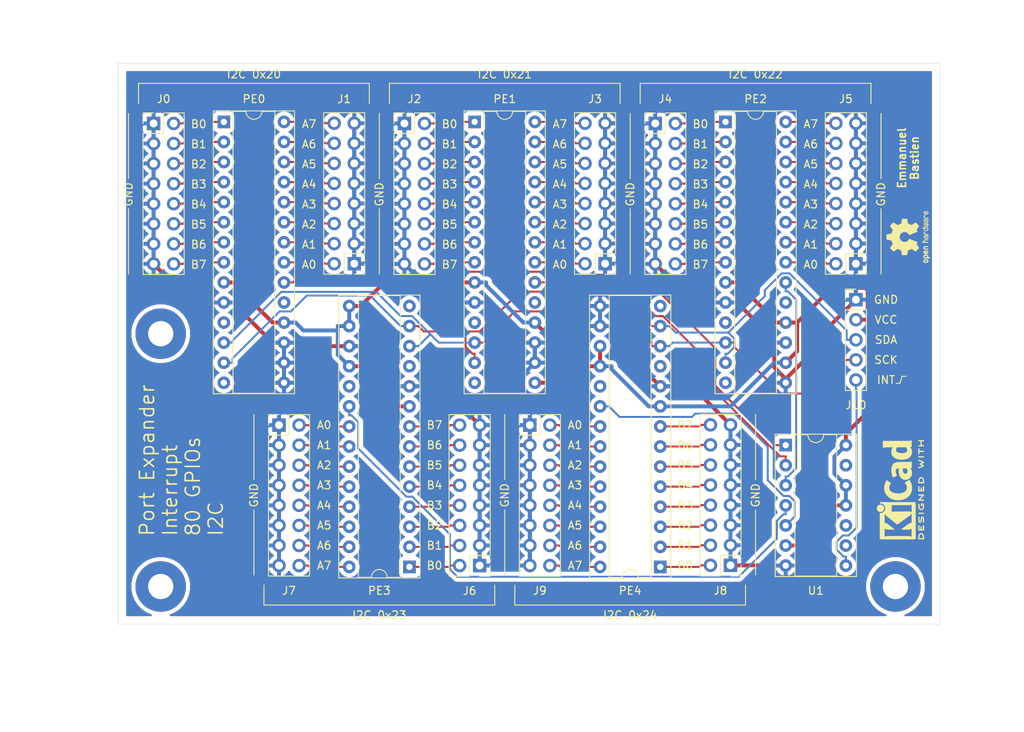
<source format=kicad_pcb>
(kicad_pcb (version 20171130) (host pcbnew "(5.1.9)-1")
  (title_block (title "Ports Expander Module 80 GPIOs I2C INT") (date 2021-01-03))
  (layers (0 F.Cu signal) (31 B.Cu signal) (34 B.Paste user) (35 F.Paste user) (36 B.SilkS user) (37 F.SilkS user) (38 B.Mask user) (39 F.Mask user) (44 Edge.Cuts user))
  (net 0 "")
  (net 1 /INT0)
  (net 2 /INT1)
  (net 3 /INT3)
  (net 4 /INT)
  (net 5 /INT2)
  (net 6 /INT4)
  (net 7 GND)
  (net 8 +3V3)
  (net 9 "Net-(J0-Pad2)")
  (net 10 "Net-(J0-Pad4)")
  (net 11 "Net-(J0-Pad6)")
  (net 12 "Net-(J0-Pad8)")
  (net 13 "Net-(J1-Pad8)")
  (net 14 "Net-(J1-Pad6)")
  (net 15 "Net-(J1-Pad4)")
  (net 16 "Net-(J1-Pad2)")
  (net 17 "Net-(J2-Pad2)")
  (net 18 "Net-(J2-Pad4)")
  (net 19 "Net-(J2-Pad6)")
  (net 20 "Net-(J2-Pad8)")
  (net 21 "Net-(J3-Pad8)")
  (net 22 "Net-(J3-Pad6)")
  (net 23 "Net-(J3-Pad4)")
  (net 24 "Net-(J3-Pad2)")
  (net 25 "Net-(J4-Pad2)")
  (net 26 "Net-(J4-Pad4)")
  (net 27 "Net-(J4-Pad6)")
  (net 28 "Net-(J4-Pad8)")
  (net 29 "Net-(J5-Pad8)")
  (net 30 "Net-(J5-Pad6)")
  (net 31 "Net-(J5-Pad4)")
  (net 32 "Net-(J5-Pad2)")
  (net 33 "Net-(J6-Pad2)")
  (net 34 "Net-(J6-Pad4)")
  (net 35 "Net-(J6-Pad6)")
  (net 36 "Net-(J6-Pad8)")
  (net 37 "Net-(J7-Pad8)")
  (net 38 "Net-(J7-Pad6)")
  (net 39 "Net-(J7-Pad4)")
  (net 40 "Net-(J7-Pad2)")
  (net 41 "Net-(J8-Pad2)")
  (net 42 "Net-(J8-Pad4)")
  (net 43 "Net-(J8-Pad6)")
  (net 44 "Net-(J8-Pad8)")
  (net 45 "Net-(J9-Pad8)")
  (net 46 "Net-(J9-Pad6)")
  (net 47 "Net-(J9-Pad4)")
  (net 48 "Net-(J9-Pad2)")
  (net 49 /SDA)
  (net 50 /SCK)
  (net 51 "Net-(J0-Pad16)")
  (net 52 "Net-(J0-Pad14)")
  (net 53 "Net-(J0-Pad12)")
  (net 54 "Net-(J0-Pad10)")
  (net 55 "Net-(J1-Pad16)")
  (net 56 "Net-(J1-Pad14)")
  (net 57 "Net-(J1-Pad12)")
  (net 58 "Net-(J1-Pad10)")
  (net 59 "Net-(J2-Pad16)")
  (net 60 "Net-(J2-Pad14)")
  (net 61 "Net-(J2-Pad12)")
  (net 62 "Net-(J2-Pad10)")
  (net 63 "Net-(J3-Pad16)")
  (net 64 "Net-(J3-Pad14)")
  (net 65 "Net-(J3-Pad12)")
  (net 66 "Net-(J3-Pad10)")
  (net 67 "Net-(J4-Pad16)")
  (net 68 "Net-(J4-Pad14)")
  (net 69 "Net-(J4-Pad12)")
  (net 70 "Net-(J4-Pad10)")
  (net 71 "Net-(J5-Pad16)")
  (net 72 "Net-(J5-Pad14)")
  (net 73 "Net-(J5-Pad12)")
  (net 74 "Net-(J5-Pad10)")
  (net 75 "Net-(J6-Pad16)")
  (net 76 "Net-(J6-Pad14)")
  (net 77 "Net-(J6-Pad12)")
  (net 78 "Net-(J6-Pad10)")
  (net 79 "Net-(J7-Pad16)")
  (net 80 "Net-(J7-Pad14)")
  (net 81 "Net-(J7-Pad12)")
  (net 82 "Net-(J7-Pad10)")
  (net 83 "Net-(J8-Pad16)")
  (net 84 "Net-(J8-Pad14)")
  (net 85 "Net-(J8-Pad12)")
  (net 86 "Net-(J8-Pad10)")
  (net 87 "Net-(J9-Pad16)")
  (net 88 "Net-(J9-Pad14)")
  (net 89 "Net-(J9-Pad12)")
  (net 90 "Net-(J9-Pad10)")
  (module Symbol:OSHW-Logo2_7.3x6mm_SilkScreen (layer F.Cu) (at 213 102 90)
    (fp_text reference OSH hide)
    (fp_text value OSHW-Logo2_7.3x6mm_SilkScreen hide)
  )
  (module Symbol:KiCad-Logo2_5mm_SilkScreen (layer F.Cu) (at 212 134 90)
    (fp_text reference LOGO hide)
    (fp_text value KiCad-Logo2_5mm_SilkScreen hide)
  )
  (module MountingHole:MountingHole_3.2mm_M3_Pad (layer F.Cu) (at 211.38 146.24)
    (fp_text reference H3 hide)
    (fp_text value MountingHole_3.2mm_M3_Pad)
    (pad 1 thru_hole circle (at 0 0) (size 6.4 6.4) (drill 3.2) (layers *.Cu *.Mask))
  )
  (module MountingHole:MountingHole_3.2mm_M3_Pad (layer F.Cu) (at 118.38 146.24)
    (fp_text reference H2 hide)
    (fp_text value MountingHole_3.2mm_M3_Pad)
    (pad 1 thru_hole circle (at 0 0) (size 6.4 6.4) (drill 3.2) (layers *.Cu *.Mask))
  )
  (module MountingHole:MountingHole_3.2mm_M3_Pad (layer F.Cu) (at 118.38 114.24)
    (fp_text reference H1 hide)
    (fp_text value MountingHole_3.2mm_M3_Pad)
    (pad 1 thru_hole circle (at 0 0) (size 6.4 6.4) (drill 3.2) (layers *.Cu *.Mask))
  )
  (module Connector_PinHeader_2.54mm:PinHeader_1x05_P2.54mm_Vertical (layer F.Cu) (at 206.375 109.935)
    (fp_text reference J10 (at 0 13.335) (layer F.SilkS))
    (fp_text value Conn_01x05_Male)
    (pad 5 thru_hole oval (at 0 10.16) (size 1.7 1.7) (drill 1) (layers *.Cu *.Mask) (net 4 /INT))
    (pad 4 thru_hole oval (at 0 7.62) (size 1.7 1.7) (drill 1) (layers *.Cu *.Mask) (net 50 /SCK))
    (pad 3 thru_hole oval (at 0 5.08) (size 1.7 1.7) (drill 1) (layers *.Cu *.Mask) (net 49 /SDA))
    (pad 2 thru_hole oval (at 0 2.54) (size 1.7 1.7) (drill 1) (layers *.Cu *.Mask) (net 8 +3V3))
    (pad 1 thru_hole rect (at 0 0) (size 1.7 1.7) (drill 1) (layers *.Cu *.Mask) (net 7 GND))
  )
  (module Connector_PinHeader_2.54mm:PinHeader_2x08_P2.54mm_Vertical (layer F.Cu) (at 165.1 125.81)
    (fp_text reference J9 (at 1.27 20.955) (layer F.SilkS))
    (fp_text value Conn_02x08_Male)
    (pad 16 thru_hole oval (at 2.54 17.78) (size 1.7 1.7) (drill 1) (layers *.Cu *.Mask) (net 87 "Net-(J9-Pad16)"))
    (pad 15 thru_hole oval (at 0 17.78) (size 1.7 1.7) (drill 1) (layers *.Cu *.Mask) (net 7 GND))
    (pad 14 thru_hole oval (at 2.54 15.24) (size 1.7 1.7) (drill 1) (layers *.Cu *.Mask) (net 88 "Net-(J9-Pad14)"))
    (pad 13 thru_hole oval (at 0 15.24) (size 1.7 1.7) (drill 1) (layers *.Cu *.Mask) (net 7 GND))
    (pad 12 thru_hole oval (at 2.54 12.7) (size 1.7 1.7) (drill 1) (layers *.Cu *.Mask) (net 89 "Net-(J9-Pad12)"))
    (pad 11 thru_hole oval (at 0 12.7) (size 1.7 1.7) (drill 1) (layers *.Cu *.Mask) (net 7 GND))
    (pad 10 thru_hole oval (at 2.54 10.16) (size 1.7 1.7) (drill 1) (layers *.Cu *.Mask) (net 90 "Net-(J9-Pad10)"))
    (pad 9 thru_hole oval (at 0 10.16) (size 1.7 1.7) (drill 1) (layers *.Cu *.Mask) (net 7 GND))
    (pad 8 thru_hole oval (at 2.54 7.62) (size 1.7 1.7) (drill 1) (layers *.Cu *.Mask) (net 45 "Net-(J9-Pad8)"))
    (pad 7 thru_hole oval (at 0 7.62) (size 1.7 1.7) (drill 1) (layers *.Cu *.Mask) (net 7 GND))
    (pad 6 thru_hole oval (at 2.54 5.08) (size 1.7 1.7) (drill 1) (layers *.Cu *.Mask) (net 46 "Net-(J9-Pad6)"))
    (pad 5 thru_hole oval (at 0 5.08) (size 1.7 1.7) (drill 1) (layers *.Cu *.Mask) (net 7 GND))
    (pad 4 thru_hole oval (at 2.54 2.54) (size 1.7 1.7) (drill 1) (layers *.Cu *.Mask) (net 47 "Net-(J9-Pad4)"))
    (pad 3 thru_hole oval (at 0 2.54) (size 1.7 1.7) (drill 1) (layers *.Cu *.Mask) (net 7 GND))
    (pad 2 thru_hole oval (at 2.54 0) (size 1.7 1.7) (drill 1) (layers *.Cu *.Mask) (net 48 "Net-(J9-Pad2)"))
    (pad 1 thru_hole rect (at 0 0) (size 1.7 1.7) (drill 1) (layers *.Cu *.Mask) (net 7 GND))
  )
  (module Connector_PinHeader_2.54mm:PinHeader_2x08_P2.54mm_Vertical (layer F.Cu) (at 190.5 143.56 180)
    (fp_text reference J8 (at 1.27 -3.205) (layer F.SilkS))
    (fp_text value Conn_02x08_Male)
    (pad 16 thru_hole oval (at 2.54 17.78 180) (size 1.7 1.7) (drill 1) (layers *.Cu *.Mask) (net 83 "Net-(J8-Pad16)"))
    (pad 15 thru_hole oval (at 0 17.78 180) (size 1.7 1.7) (drill 1) (layers *.Cu *.Mask) (net 7 GND))
    (pad 14 thru_hole oval (at 2.54 15.24 180) (size 1.7 1.7) (drill 1) (layers *.Cu *.Mask) (net 84 "Net-(J8-Pad14)"))
    (pad 13 thru_hole oval (at 0 15.24 180) (size 1.7 1.7) (drill 1) (layers *.Cu *.Mask) (net 7 GND))
    (pad 12 thru_hole oval (at 2.54 12.7 180) (size 1.7 1.7) (drill 1) (layers *.Cu *.Mask) (net 85 "Net-(J8-Pad12)"))
    (pad 11 thru_hole oval (at 0 12.7 180) (size 1.7 1.7) (drill 1) (layers *.Cu *.Mask) (net 7 GND))
    (pad 10 thru_hole oval (at 2.54 10.16 180) (size 1.7 1.7) (drill 1) (layers *.Cu *.Mask) (net 86 "Net-(J8-Pad10)"))
    (pad 9 thru_hole oval (at 0 10.16 180) (size 1.7 1.7) (drill 1) (layers *.Cu *.Mask) (net 7 GND))
    (pad 8 thru_hole oval (at 2.54 7.62 180) (size 1.7 1.7) (drill 1) (layers *.Cu *.Mask) (net 44 "Net-(J8-Pad8)"))
    (pad 7 thru_hole oval (at 0 7.62 180) (size 1.7 1.7) (drill 1) (layers *.Cu *.Mask) (net 7 GND))
    (pad 6 thru_hole oval (at 2.54 5.08 180) (size 1.7 1.7) (drill 1) (layers *.Cu *.Mask) (net 43 "Net-(J8-Pad6)"))
    (pad 5 thru_hole oval (at 0 5.08 180) (size 1.7 1.7) (drill 1) (layers *.Cu *.Mask) (net 7 GND))
    (pad 4 thru_hole oval (at 2.54 2.54 180) (size 1.7 1.7) (drill 1) (layers *.Cu *.Mask) (net 42 "Net-(J8-Pad4)"))
    (pad 3 thru_hole oval (at 0 2.54 180) (size 1.7 1.7) (drill 1) (layers *.Cu *.Mask) (net 7 GND))
    (pad 2 thru_hole oval (at 2.54 0 180) (size 1.7 1.7) (drill 1) (layers *.Cu *.Mask) (net 41 "Net-(J8-Pad2)"))
    (pad 1 thru_hole rect (at 0 0 180) (size 1.7 1.7) (drill 1) (layers *.Cu *.Mask) (net 7 GND))
  )
  (module Connector_PinHeader_2.54mm:PinHeader_2x08_P2.54mm_Vertical (layer F.Cu) (at 133.35 125.81)
    (fp_text reference J7 (at 1.27 20.955) (layer F.SilkS))
    (fp_text value Conn_02x08_Male)
    (pad 16 thru_hole oval (at 2.54 17.78) (size 1.7 1.7) (drill 1) (layers *.Cu *.Mask) (net 79 "Net-(J7-Pad16)"))
    (pad 15 thru_hole oval (at 0 17.78) (size 1.7 1.7) (drill 1) (layers *.Cu *.Mask) (net 7 GND))
    (pad 14 thru_hole oval (at 2.54 15.24) (size 1.7 1.7) (drill 1) (layers *.Cu *.Mask) (net 80 "Net-(J7-Pad14)"))
    (pad 13 thru_hole oval (at 0 15.24) (size 1.7 1.7) (drill 1) (layers *.Cu *.Mask) (net 7 GND))
    (pad 12 thru_hole oval (at 2.54 12.7) (size 1.7 1.7) (drill 1) (layers *.Cu *.Mask) (net 81 "Net-(J7-Pad12)"))
    (pad 11 thru_hole oval (at 0 12.7) (size 1.7 1.7) (drill 1) (layers *.Cu *.Mask) (net 7 GND))
    (pad 10 thru_hole oval (at 2.54 10.16) (size 1.7 1.7) (drill 1) (layers *.Cu *.Mask) (net 82 "Net-(J7-Pad10)"))
    (pad 9 thru_hole oval (at 0 10.16) (size 1.7 1.7) (drill 1) (layers *.Cu *.Mask) (net 7 GND))
    (pad 8 thru_hole oval (at 2.54 7.62) (size 1.7 1.7) (drill 1) (layers *.Cu *.Mask) (net 37 "Net-(J7-Pad8)"))
    (pad 7 thru_hole oval (at 0 7.62) (size 1.7 1.7) (drill 1) (layers *.Cu *.Mask) (net 7 GND))
    (pad 6 thru_hole oval (at 2.54 5.08) (size 1.7 1.7) (drill 1) (layers *.Cu *.Mask) (net 38 "Net-(J7-Pad6)"))
    (pad 5 thru_hole oval (at 0 5.08) (size 1.7 1.7) (drill 1) (layers *.Cu *.Mask) (net 7 GND))
    (pad 4 thru_hole oval (at 2.54 2.54) (size 1.7 1.7) (drill 1) (layers *.Cu *.Mask) (net 39 "Net-(J7-Pad4)"))
    (pad 3 thru_hole oval (at 0 2.54) (size 1.7 1.7) (drill 1) (layers *.Cu *.Mask) (net 7 GND))
    (pad 2 thru_hole oval (at 2.54 0) (size 1.7 1.7) (drill 1) (layers *.Cu *.Mask) (net 40 "Net-(J7-Pad2)"))
    (pad 1 thru_hole rect (at 0 0) (size 1.7 1.7) (drill 1) (layers *.Cu *.Mask) (net 7 GND))
  )
  (module Connector_PinHeader_2.54mm:PinHeader_2x08_P2.54mm_Vertical (layer F.Cu) (at 158.75 143.59 180)
    (fp_text reference J6 (at 1.27 -3.205) (layer F.SilkS))
    (fp_text value Conn_02x08_Male)
    (pad 16 thru_hole oval (at 2.54 17.78 180) (size 1.7 1.7) (drill 1) (layers *.Cu *.Mask) (net 75 "Net-(J6-Pad16)"))
    (pad 15 thru_hole oval (at 0 17.78 180) (size 1.7 1.7) (drill 1) (layers *.Cu *.Mask) (net 7 GND))
    (pad 14 thru_hole oval (at 2.54 15.24 180) (size 1.7 1.7) (drill 1) (layers *.Cu *.Mask) (net 76 "Net-(J6-Pad14)"))
    (pad 13 thru_hole oval (at 0 15.24 180) (size 1.7 1.7) (drill 1) (layers *.Cu *.Mask) (net 7 GND))
    (pad 12 thru_hole oval (at 2.54 12.7 180) (size 1.7 1.7) (drill 1) (layers *.Cu *.Mask) (net 77 "Net-(J6-Pad12)"))
    (pad 11 thru_hole oval (at 0 12.7 180) (size 1.7 1.7) (drill 1) (layers *.Cu *.Mask) (net 7 GND))
    (pad 10 thru_hole oval (at 2.54 10.16 180) (size 1.7 1.7) (drill 1) (layers *.Cu *.Mask) (net 78 "Net-(J6-Pad10)"))
    (pad 9 thru_hole oval (at 0 10.16 180) (size 1.7 1.7) (drill 1) (layers *.Cu *.Mask) (net 7 GND))
    (pad 8 thru_hole oval (at 2.54 7.62 180) (size 1.7 1.7) (drill 1) (layers *.Cu *.Mask) (net 36 "Net-(J6-Pad8)"))
    (pad 7 thru_hole oval (at 0 7.62 180) (size 1.7 1.7) (drill 1) (layers *.Cu *.Mask) (net 7 GND))
    (pad 6 thru_hole oval (at 2.54 5.08 180) (size 1.7 1.7) (drill 1) (layers *.Cu *.Mask) (net 35 "Net-(J6-Pad6)"))
    (pad 5 thru_hole oval (at 0 5.08 180) (size 1.7 1.7) (drill 1) (layers *.Cu *.Mask) (net 7 GND))
    (pad 4 thru_hole oval (at 2.54 2.54 180) (size 1.7 1.7) (drill 1) (layers *.Cu *.Mask) (net 34 "Net-(J6-Pad4)"))
    (pad 3 thru_hole oval (at 0 2.54 180) (size 1.7 1.7) (drill 1) (layers *.Cu *.Mask) (net 7 GND))
    (pad 2 thru_hole oval (at 2.54 0 180) (size 1.7 1.7) (drill 1) (layers *.Cu *.Mask) (net 33 "Net-(J6-Pad2)"))
    (pad 1 thru_hole rect (at 0 0 180) (size 1.7 1.7) (drill 1) (layers *.Cu *.Mask) (net 7 GND))
  )
  (module Connector_PinHeader_2.54mm:PinHeader_2x08_P2.54mm_Vertical (layer F.Cu) (at 206.375 105.38 180)
    (fp_text reference J5 (at 1.27 20.845001) (layer F.SilkS))
    (fp_text value Conn_02x08_Male)
    (pad 16 thru_hole oval (at 2.54 17.78 180) (size 1.7 1.7) (drill 1) (layers *.Cu *.Mask) (net 71 "Net-(J5-Pad16)"))
    (pad 15 thru_hole oval (at 0 17.78 180) (size 1.7 1.7) (drill 1) (layers *.Cu *.Mask) (net 7 GND))
    (pad 14 thru_hole oval (at 2.54 15.24 180) (size 1.7 1.7) (drill 1) (layers *.Cu *.Mask) (net 72 "Net-(J5-Pad14)"))
    (pad 13 thru_hole oval (at 0 15.24 180) (size 1.7 1.7) (drill 1) (layers *.Cu *.Mask) (net 7 GND))
    (pad 12 thru_hole oval (at 2.54 12.7 180) (size 1.7 1.7) (drill 1) (layers *.Cu *.Mask) (net 73 "Net-(J5-Pad12)"))
    (pad 11 thru_hole oval (at 0 12.7 180) (size 1.7 1.7) (drill 1) (layers *.Cu *.Mask) (net 7 GND))
    (pad 10 thru_hole oval (at 2.54 10.16 180) (size 1.7 1.7) (drill 1) (layers *.Cu *.Mask) (net 74 "Net-(J5-Pad10)"))
    (pad 9 thru_hole oval (at 0 10.16 180) (size 1.7 1.7) (drill 1) (layers *.Cu *.Mask) (net 7 GND))
    (pad 8 thru_hole oval (at 2.54 7.62 180) (size 1.7 1.7) (drill 1) (layers *.Cu *.Mask) (net 29 "Net-(J5-Pad8)"))
    (pad 7 thru_hole oval (at 0 7.62 180) (size 1.7 1.7) (drill 1) (layers *.Cu *.Mask) (net 7 GND))
    (pad 6 thru_hole oval (at 2.54 5.08 180) (size 1.7 1.7) (drill 1) (layers *.Cu *.Mask) (net 30 "Net-(J5-Pad6)"))
    (pad 5 thru_hole oval (at 0 5.08 180) (size 1.7 1.7) (drill 1) (layers *.Cu *.Mask) (net 7 GND))
    (pad 4 thru_hole oval (at 2.54 2.54 180) (size 1.7 1.7) (drill 1) (layers *.Cu *.Mask) (net 31 "Net-(J5-Pad4)"))
    (pad 3 thru_hole oval (at 0 2.54 180) (size 1.7 1.7) (drill 1) (layers *.Cu *.Mask) (net 7 GND))
    (pad 2 thru_hole oval (at 2.54 0 180) (size 1.7 1.7) (drill 1) (layers *.Cu *.Mask) (net 32 "Net-(J5-Pad2)"))
    (pad 1 thru_hole rect (at 0 0 180) (size 1.7 1.7) (drill 1) (layers *.Cu *.Mask) (net 7 GND))
  )
  (module Connector_PinHeader_2.54mm:PinHeader_2x08_P2.54mm_Vertical (layer F.Cu) (at 180.975 87.63)
    (fp_text reference J4 (at 1.27 -3.095001) (layer F.SilkS))
    (fp_text value Conn_02x08_Male)
    (pad 16 thru_hole oval (at 2.54 17.78) (size 1.7 1.7) (drill 1) (layers *.Cu *.Mask) (net 67 "Net-(J4-Pad16)"))
    (pad 15 thru_hole oval (at 0 17.78) (size 1.7 1.7) (drill 1) (layers *.Cu *.Mask) (net 7 GND))
    (pad 14 thru_hole oval (at 2.54 15.24) (size 1.7 1.7) (drill 1) (layers *.Cu *.Mask) (net 68 "Net-(J4-Pad14)"))
    (pad 13 thru_hole oval (at 0 15.24) (size 1.7 1.7) (drill 1) (layers *.Cu *.Mask) (net 7 GND))
    (pad 12 thru_hole oval (at 2.54 12.7) (size 1.7 1.7) (drill 1) (layers *.Cu *.Mask) (net 69 "Net-(J4-Pad12)"))
    (pad 11 thru_hole oval (at 0 12.7) (size 1.7 1.7) (drill 1) (layers *.Cu *.Mask) (net 7 GND))
    (pad 10 thru_hole oval (at 2.54 10.16) (size 1.7 1.7) (drill 1) (layers *.Cu *.Mask) (net 70 "Net-(J4-Pad10)"))
    (pad 9 thru_hole oval (at 0 10.16) (size 1.7 1.7) (drill 1) (layers *.Cu *.Mask) (net 7 GND))
    (pad 8 thru_hole oval (at 2.54 7.62) (size 1.7 1.7) (drill 1) (layers *.Cu *.Mask) (net 28 "Net-(J4-Pad8)"))
    (pad 7 thru_hole oval (at 0 7.62) (size 1.7 1.7) (drill 1) (layers *.Cu *.Mask) (net 7 GND))
    (pad 6 thru_hole oval (at 2.54 5.08) (size 1.7 1.7) (drill 1) (layers *.Cu *.Mask) (net 27 "Net-(J4-Pad6)"))
    (pad 5 thru_hole oval (at 0 5.08) (size 1.7 1.7) (drill 1) (layers *.Cu *.Mask) (net 7 GND))
    (pad 4 thru_hole oval (at 2.54 2.54) (size 1.7 1.7) (drill 1) (layers *.Cu *.Mask) (net 26 "Net-(J4-Pad4)"))
    (pad 3 thru_hole oval (at 0 2.54) (size 1.7 1.7) (drill 1) (layers *.Cu *.Mask) (net 7 GND))
    (pad 2 thru_hole oval (at 2.54 0) (size 1.7 1.7) (drill 1) (layers *.Cu *.Mask) (net 25 "Net-(J4-Pad2)"))
    (pad 1 thru_hole rect (at 0 0) (size 1.7 1.7) (drill 1) (layers *.Cu *.Mask) (net 7 GND))
  )
  (module Connector_PinHeader_2.54mm:PinHeader_2x08_P2.54mm_Vertical (layer F.Cu) (at 174.625 105.38 180)
    (fp_text reference J3 (at 1.27 20.845001) (layer F.SilkS))
    (fp_text value Conn_02x08_Male)
    (pad 16 thru_hole oval (at 2.54 17.78 180) (size 1.7 1.7) (drill 1) (layers *.Cu *.Mask) (net 63 "Net-(J3-Pad16)"))
    (pad 15 thru_hole oval (at 0 17.78 180) (size 1.7 1.7) (drill 1) (layers *.Cu *.Mask) (net 7 GND))
    (pad 14 thru_hole oval (at 2.54 15.24 180) (size 1.7 1.7) (drill 1) (layers *.Cu *.Mask) (net 64 "Net-(J3-Pad14)"))
    (pad 13 thru_hole oval (at 0 15.24 180) (size 1.7 1.7) (drill 1) (layers *.Cu *.Mask) (net 7 GND))
    (pad 12 thru_hole oval (at 2.54 12.7 180) (size 1.7 1.7) (drill 1) (layers *.Cu *.Mask) (net 65 "Net-(J3-Pad12)"))
    (pad 11 thru_hole oval (at 0 12.7 180) (size 1.7 1.7) (drill 1) (layers *.Cu *.Mask) (net 7 GND))
    (pad 10 thru_hole oval (at 2.54 10.16 180) (size 1.7 1.7) (drill 1) (layers *.Cu *.Mask) (net 66 "Net-(J3-Pad10)"))
    (pad 9 thru_hole oval (at 0 10.16 180) (size 1.7 1.7) (drill 1) (layers *.Cu *.Mask) (net 7 GND))
    (pad 8 thru_hole oval (at 2.54 7.62 180) (size 1.7 1.7) (drill 1) (layers *.Cu *.Mask) (net 21 "Net-(J3-Pad8)"))
    (pad 7 thru_hole oval (at 0 7.62 180) (size 1.7 1.7) (drill 1) (layers *.Cu *.Mask) (net 7 GND))
    (pad 6 thru_hole oval (at 2.54 5.08 180) (size 1.7 1.7) (drill 1) (layers *.Cu *.Mask) (net 22 "Net-(J3-Pad6)"))
    (pad 5 thru_hole oval (at 0 5.08 180) (size 1.7 1.7) (drill 1) (layers *.Cu *.Mask) (net 7 GND))
    (pad 4 thru_hole oval (at 2.54 2.54 180) (size 1.7 1.7) (drill 1) (layers *.Cu *.Mask) (net 23 "Net-(J3-Pad4)"))
    (pad 3 thru_hole oval (at 0 2.54 180) (size 1.7 1.7) (drill 1) (layers *.Cu *.Mask) (net 7 GND))
    (pad 2 thru_hole oval (at 2.54 0 180) (size 1.7 1.7) (drill 1) (layers *.Cu *.Mask) (net 24 "Net-(J3-Pad2)"))
    (pad 1 thru_hole rect (at 0 0 180) (size 1.7 1.7) (drill 1) (layers *.Cu *.Mask) (net 7 GND))
  )
  (module Connector_PinHeader_2.54mm:PinHeader_2x08_P2.54mm_Vertical (layer F.Cu) (at 149.225 87.63)
    (fp_text reference J2 (at 1.27 -3.095001) (layer F.SilkS))
    (fp_text value Conn_02x08_Male)
    (pad 16 thru_hole oval (at 2.54 17.78) (size 1.7 1.7) (drill 1) (layers *.Cu *.Mask) (net 59 "Net-(J2-Pad16)"))
    (pad 15 thru_hole oval (at 0 17.78) (size 1.7 1.7) (drill 1) (layers *.Cu *.Mask) (net 7 GND))
    (pad 14 thru_hole oval (at 2.54 15.24) (size 1.7 1.7) (drill 1) (layers *.Cu *.Mask) (net 60 "Net-(J2-Pad14)"))
    (pad 13 thru_hole oval (at 0 15.24) (size 1.7 1.7) (drill 1) (layers *.Cu *.Mask) (net 7 GND))
    (pad 12 thru_hole oval (at 2.54 12.7) (size 1.7 1.7) (drill 1) (layers *.Cu *.Mask) (net 61 "Net-(J2-Pad12)"))
    (pad 11 thru_hole oval (at 0 12.7) (size 1.7 1.7) (drill 1) (layers *.Cu *.Mask) (net 7 GND))
    (pad 10 thru_hole oval (at 2.54 10.16) (size 1.7 1.7) (drill 1) (layers *.Cu *.Mask) (net 62 "Net-(J2-Pad10)"))
    (pad 9 thru_hole oval (at 0 10.16) (size 1.7 1.7) (drill 1) (layers *.Cu *.Mask) (net 7 GND))
    (pad 8 thru_hole oval (at 2.54 7.62) (size 1.7 1.7) (drill 1) (layers *.Cu *.Mask) (net 20 "Net-(J2-Pad8)"))
    (pad 7 thru_hole oval (at 0 7.62) (size 1.7 1.7) (drill 1) (layers *.Cu *.Mask) (net 7 GND))
    (pad 6 thru_hole oval (at 2.54 5.08) (size 1.7 1.7) (drill 1) (layers *.Cu *.Mask) (net 19 "Net-(J2-Pad6)"))
    (pad 5 thru_hole oval (at 0 5.08) (size 1.7 1.7) (drill 1) (layers *.Cu *.Mask) (net 7 GND))
    (pad 4 thru_hole oval (at 2.54 2.54) (size 1.7 1.7) (drill 1) (layers *.Cu *.Mask) (net 18 "Net-(J2-Pad4)"))
    (pad 3 thru_hole oval (at 0 2.54) (size 1.7 1.7) (drill 1) (layers *.Cu *.Mask) (net 7 GND))
    (pad 2 thru_hole oval (at 2.54 0) (size 1.7 1.7) (drill 1) (layers *.Cu *.Mask) (net 17 "Net-(J2-Pad2)"))
    (pad 1 thru_hole rect (at 0 0) (size 1.7 1.7) (drill 1) (layers *.Cu *.Mask) (net 7 GND))
  )
  (module Connector_PinHeader_2.54mm:PinHeader_2x08_P2.54mm_Vertical (layer F.Cu) (at 142.875 105.38 180)
    (fp_text reference J1 (at 1.27 20.845001) (layer F.SilkS))
    (fp_text value Conn_02x08_Male)
    (pad 16 thru_hole oval (at 2.54 17.78 180) (size 1.7 1.7) (drill 1) (layers *.Cu *.Mask) (net 55 "Net-(J1-Pad16)"))
    (pad 15 thru_hole oval (at 0 17.78 180) (size 1.7 1.7) (drill 1) (layers *.Cu *.Mask) (net 7 GND))
    (pad 14 thru_hole oval (at 2.54 15.24 180) (size 1.7 1.7) (drill 1) (layers *.Cu *.Mask) (net 56 "Net-(J1-Pad14)"))
    (pad 13 thru_hole oval (at 0 15.24 180) (size 1.7 1.7) (drill 1) (layers *.Cu *.Mask) (net 7 GND))
    (pad 12 thru_hole oval (at 2.54 12.7 180) (size 1.7 1.7) (drill 1) (layers *.Cu *.Mask) (net 57 "Net-(J1-Pad12)"))
    (pad 11 thru_hole oval (at 0 12.7 180) (size 1.7 1.7) (drill 1) (layers *.Cu *.Mask) (net 7 GND))
    (pad 10 thru_hole oval (at 2.54 10.16 180) (size 1.7 1.7) (drill 1) (layers *.Cu *.Mask) (net 58 "Net-(J1-Pad10)"))
    (pad 9 thru_hole oval (at 0 10.16 180) (size 1.7 1.7) (drill 1) (layers *.Cu *.Mask) (net 7 GND))
    (pad 8 thru_hole oval (at 2.54 7.62 180) (size 1.7 1.7) (drill 1) (layers *.Cu *.Mask) (net 13 "Net-(J1-Pad8)"))
    (pad 7 thru_hole oval (at 0 7.62 180) (size 1.7 1.7) (drill 1) (layers *.Cu *.Mask) (net 7 GND))
    (pad 6 thru_hole oval (at 2.54 5.08 180) (size 1.7 1.7) (drill 1) (layers *.Cu *.Mask) (net 14 "Net-(J1-Pad6)"))
    (pad 5 thru_hole oval (at 0 5.08 180) (size 1.7 1.7) (drill 1) (layers *.Cu *.Mask) (net 7 GND))
    (pad 4 thru_hole oval (at 2.54 2.54 180) (size 1.7 1.7) (drill 1) (layers *.Cu *.Mask) (net 15 "Net-(J1-Pad4)"))
    (pad 3 thru_hole oval (at 0 2.54 180) (size 1.7 1.7) (drill 1) (layers *.Cu *.Mask) (net 7 GND))
    (pad 2 thru_hole oval (at 2.54 0 180) (size 1.7 1.7) (drill 1) (layers *.Cu *.Mask) (net 16 "Net-(J1-Pad2)"))
    (pad 1 thru_hole rect (at 0 0 180) (size 1.7 1.7) (drill 1) (layers *.Cu *.Mask) (net 7 GND))
  )
  (module Connector_PinHeader_2.54mm:PinHeader_2x08_P2.54mm_Vertical (layer F.Cu) (at 117.475 87.63)
    (fp_text reference J0 (at 1.27 -3.095001) (layer F.SilkS))
    (fp_text value Conn_02x08_Male)
    (pad 16 thru_hole oval (at 2.54 17.78) (size 1.7 1.7) (drill 1) (layers *.Cu *.Mask) (net 51 "Net-(J0-Pad16)"))
    (pad 15 thru_hole oval (at 0 17.78) (size 1.7 1.7) (drill 1) (layers *.Cu *.Mask) (net 7 GND))
    (pad 14 thru_hole oval (at 2.54 15.24) (size 1.7 1.7) (drill 1) (layers *.Cu *.Mask) (net 52 "Net-(J0-Pad14)"))
    (pad 13 thru_hole oval (at 0 15.24) (size 1.7 1.7) (drill 1) (layers *.Cu *.Mask) (net 7 GND))
    (pad 12 thru_hole oval (at 2.54 12.7) (size 1.7 1.7) (drill 1) (layers *.Cu *.Mask) (net 53 "Net-(J0-Pad12)"))
    (pad 11 thru_hole oval (at 0 12.7) (size 1.7 1.7) (drill 1) (layers *.Cu *.Mask) (net 7 GND))
    (pad 10 thru_hole oval (at 2.54 10.16) (size 1.7 1.7) (drill 1) (layers *.Cu *.Mask) (net 54 "Net-(J0-Pad10)"))
    (pad 9 thru_hole oval (at 0 10.16) (size 1.7 1.7) (drill 1) (layers *.Cu *.Mask) (net 7 GND))
    (pad 8 thru_hole oval (at 2.54 7.62) (size 1.7 1.7) (drill 1) (layers *.Cu *.Mask) (net 12 "Net-(J0-Pad8)"))
    (pad 7 thru_hole oval (at 0 7.62) (size 1.7 1.7) (drill 1) (layers *.Cu *.Mask) (net 7 GND))
    (pad 6 thru_hole oval (at 2.54 5.08) (size 1.7 1.7) (drill 1) (layers *.Cu *.Mask) (net 11 "Net-(J0-Pad6)"))
    (pad 5 thru_hole oval (at 0 5.08) (size 1.7 1.7) (drill 1) (layers *.Cu *.Mask) (net 7 GND))
    (pad 4 thru_hole oval (at 2.54 2.54) (size 1.7 1.7) (drill 1) (layers *.Cu *.Mask) (net 10 "Net-(J0-Pad4)"))
    (pad 3 thru_hole oval (at 0 2.54) (size 1.7 1.7) (drill 1) (layers *.Cu *.Mask) (net 7 GND))
    (pad 2 thru_hole oval (at 2.54 0) (size 1.7 1.7) (drill 1) (layers *.Cu *.Mask) (net 9 "Net-(J0-Pad2)"))
    (pad 1 thru_hole rect (at 0 0) (size 1.7 1.7) (drill 1) (layers *.Cu *.Mask) (net 7 GND))
  )
  (module Package_DIP:DIP-14_W7.62mm_Socket (layer F.Cu) (at 197.485 128.35)
    (fp_text reference U1 (at 3.81 18.415) (layer F.SilkS))
    (fp_text value 74LS30)
    (pad 14 thru_hole oval (at 7.62 0) (size 1.6 1.6) (drill 0.8) (layers *.Cu *.Mask) (net 8 +3V3))
    (pad 7 thru_hole oval (at 0 15.24) (size 1.6 1.6) (drill 0.8) (layers *.Cu *.Mask) (net 7 GND))
    (pad 13 thru_hole oval (at 7.62 2.54) (size 1.6 1.6) (drill 0.8) (layers *.Cu *.Mask))
    (pad 6 thru_hole oval (at 0 12.7) (size 1.6 1.6) (drill 0.8) (layers *.Cu *.Mask) (net 8 +3V3))
    (pad 12 thru_hole oval (at 7.62 5.08) (size 1.6 1.6) (drill 0.8) (layers *.Cu *.Mask) (net 8 +3V3))
    (pad 5 thru_hole oval (at 0 10.16) (size 1.6 1.6) (drill 0.8) (layers *.Cu *.Mask) (net 6 /INT4))
    (pad 11 thru_hole oval (at 7.62 7.62) (size 1.6 1.6) (drill 0.8) (layers *.Cu *.Mask) (net 8 +3V3))
    (pad 4 thru_hole oval (at 0 7.62) (size 1.6 1.6) (drill 0.8) (layers *.Cu *.Mask) (net 3 /INT3))
    (pad 10 thru_hole oval (at 7.62 10.16) (size 1.6 1.6) (drill 0.8) (layers *.Cu *.Mask))
    (pad 3 thru_hole oval (at 0 5.08) (size 1.6 1.6) (drill 0.8) (layers *.Cu *.Mask) (net 5 /INT2))
    (pad 9 thru_hole oval (at 7.62 12.7) (size 1.6 1.6) (drill 0.8) (layers *.Cu *.Mask))
    (pad 2 thru_hole oval (at 0 2.54) (size 1.6 1.6) (drill 0.8) (layers *.Cu *.Mask) (net 2 /INT1))
    (pad 8 thru_hole oval (at 7.62 15.24) (size 1.6 1.6) (drill 0.8) (layers *.Cu *.Mask) (net 4 /INT))
    (pad 1 thru_hole rect (at 0 0) (size 1.6 1.6) (drill 0.8) (layers *.Cu *.Mask) (net 1 /INT0))
  )
  (module Package_DIP:DIP-28_W7.62mm_Socket (layer F.Cu) (at 126.365 87.43)
    (fp_text reference PE0 (at 3.81 -2.895001) (layer F.SilkS))
    (fp_text value MCP23017_SP)
    (pad 28 thru_hole oval (at 7.62 0) (size 1.6 1.6) (drill 0.8) (layers *.Cu *.Mask) (net 55 "Net-(J1-Pad16)"))
    (pad 14 thru_hole oval (at 0 33.02) (size 1.6 1.6) (drill 0.8) (layers *.Cu *.Mask))
    (pad 27 thru_hole oval (at 7.62 2.54) (size 1.6 1.6) (drill 0.8) (layers *.Cu *.Mask) (net 56 "Net-(J1-Pad14)"))
    (pad 13 thru_hole oval (at 0 30.48) (size 1.6 1.6) (drill 0.8) (layers *.Cu *.Mask) (net 49 /SDA))
    (pad 26 thru_hole oval (at 7.62 5.08) (size 1.6 1.6) (drill 0.8) (layers *.Cu *.Mask) (net 57 "Net-(J1-Pad12)"))
    (pad 12 thru_hole oval (at 0 27.94) (size 1.6 1.6) (drill 0.8) (layers *.Cu *.Mask) (net 50 /SCK))
    (pad 25 thru_hole oval (at 7.62 7.62) (size 1.6 1.6) (drill 0.8) (layers *.Cu *.Mask) (net 58 "Net-(J1-Pad10)"))
    (pad 11 thru_hole oval (at 0 25.4) (size 1.6 1.6) (drill 0.8) (layers *.Cu *.Mask))
    (pad 24 thru_hole oval (at 7.62 10.16) (size 1.6 1.6) (drill 0.8) (layers *.Cu *.Mask) (net 13 "Net-(J1-Pad8)"))
    (pad 10 thru_hole oval (at 0 22.86) (size 1.6 1.6) (drill 0.8) (layers *.Cu *.Mask) (net 7 GND))
    (pad 23 thru_hole oval (at 7.62 12.7) (size 1.6 1.6) (drill 0.8) (layers *.Cu *.Mask) (net 14 "Net-(J1-Pad6)"))
    (pad 9 thru_hole oval (at 0 20.32) (size 1.6 1.6) (drill 0.8) (layers *.Cu *.Mask) (net 8 +3V3))
    (pad 22 thru_hole oval (at 7.62 15.24) (size 1.6 1.6) (drill 0.8) (layers *.Cu *.Mask) (net 15 "Net-(J1-Pad4)"))
    (pad 8 thru_hole oval (at 0 17.78) (size 1.6 1.6) (drill 0.8) (layers *.Cu *.Mask) (net 51 "Net-(J0-Pad16)"))
    (pad 21 thru_hole oval (at 7.62 17.78) (size 1.6 1.6) (drill 0.8) (layers *.Cu *.Mask) (net 16 "Net-(J1-Pad2)"))
    (pad 7 thru_hole oval (at 0 15.24) (size 1.6 1.6) (drill 0.8) (layers *.Cu *.Mask) (net 52 "Net-(J0-Pad14)"))
    (pad 20 thru_hole oval (at 7.62 20.32) (size 1.6 1.6) (drill 0.8) (layers *.Cu *.Mask) (net 1 /INT0))
    (pad 6 thru_hole oval (at 0 12.7) (size 1.6 1.6) (drill 0.8) (layers *.Cu *.Mask) (net 53 "Net-(J0-Pad12)"))
    (pad 19 thru_hole oval (at 7.62 22.86) (size 1.6 1.6) (drill 0.8) (layers *.Cu *.Mask))
    (pad 5 thru_hole oval (at 0 10.16) (size 1.6 1.6) (drill 0.8) (layers *.Cu *.Mask) (net 54 "Net-(J0-Pad10)"))
    (pad 18 thru_hole oval (at 7.62 25.4) (size 1.6 1.6) (drill 0.8) (layers *.Cu *.Mask) (net 8 +3V3))
    (pad 4 thru_hole oval (at 0 7.62) (size 1.6 1.6) (drill 0.8) (layers *.Cu *.Mask) (net 12 "Net-(J0-Pad8)"))
    (pad 17 thru_hole oval (at 7.62 27.94) (size 1.6 1.6) (drill 0.8) (layers *.Cu *.Mask) (net 7 GND))
    (pad 3 thru_hole oval (at 0 5.08) (size 1.6 1.6) (drill 0.8) (layers *.Cu *.Mask) (net 11 "Net-(J0-Pad6)"))
    (pad 16 thru_hole oval (at 7.62 30.48) (size 1.6 1.6) (drill 0.8) (layers *.Cu *.Mask) (net 7 GND))
    (pad 2 thru_hole oval (at 0 2.54) (size 1.6 1.6) (drill 0.8) (layers *.Cu *.Mask) (net 10 "Net-(J0-Pad4)"))
    (pad 15 thru_hole oval (at 7.62 33.02) (size 1.6 1.6) (drill 0.8) (layers *.Cu *.Mask) (net 7 GND))
    (pad 1 thru_hole rect (at 0 0) (size 1.6 1.6) (drill 0.8) (layers *.Cu *.Mask) (net 9 "Net-(J0-Pad2)"))
  )
  (module Package_DIP:DIP-28_W7.62mm_Socket (layer F.Cu) (at 158.115 87.43)
    (fp_text reference PE1 (at 3.81 -2.895001) (layer F.SilkS))
    (fp_text value MCP23017_SP)
    (pad 1 thru_hole rect (at 0 0) (size 1.6 1.6) (drill 0.8) (layers *.Cu *.Mask) (net 17 "Net-(J2-Pad2)"))
    (pad 15 thru_hole oval (at 7.62 33.02) (size 1.6 1.6) (drill 0.8) (layers *.Cu *.Mask) (net 8 +3V3))
    (pad 2 thru_hole oval (at 0 2.54) (size 1.6 1.6) (drill 0.8) (layers *.Cu *.Mask) (net 18 "Net-(J2-Pad4)"))
    (pad 16 thru_hole oval (at 7.62 30.48) (size 1.6 1.6) (drill 0.8) (layers *.Cu *.Mask) (net 7 GND))
    (pad 3 thru_hole oval (at 0 5.08) (size 1.6 1.6) (drill 0.8) (layers *.Cu *.Mask) (net 19 "Net-(J2-Pad6)"))
    (pad 17 thru_hole oval (at 7.62 27.94) (size 1.6 1.6) (drill 0.8) (layers *.Cu *.Mask) (net 7 GND))
    (pad 4 thru_hole oval (at 0 7.62) (size 1.6 1.6) (drill 0.8) (layers *.Cu *.Mask) (net 20 "Net-(J2-Pad8)"))
    (pad 18 thru_hole oval (at 7.62 25.4) (size 1.6 1.6) (drill 0.8) (layers *.Cu *.Mask) (net 8 +3V3))
    (pad 5 thru_hole oval (at 0 10.16) (size 1.6 1.6) (drill 0.8) (layers *.Cu *.Mask) (net 62 "Net-(J2-Pad10)"))
    (pad 19 thru_hole oval (at 7.62 22.86) (size 1.6 1.6) (drill 0.8) (layers *.Cu *.Mask))
    (pad 6 thru_hole oval (at 0 12.7) (size 1.6 1.6) (drill 0.8) (layers *.Cu *.Mask) (net 61 "Net-(J2-Pad12)"))
    (pad 20 thru_hole oval (at 7.62 20.32) (size 1.6 1.6) (drill 0.8) (layers *.Cu *.Mask) (net 2 /INT1))
    (pad 7 thru_hole oval (at 0 15.24) (size 1.6 1.6) (drill 0.8) (layers *.Cu *.Mask) (net 60 "Net-(J2-Pad14)"))
    (pad 21 thru_hole oval (at 7.62 17.78) (size 1.6 1.6) (drill 0.8) (layers *.Cu *.Mask) (net 24 "Net-(J3-Pad2)"))
    (pad 8 thru_hole oval (at 0 17.78) (size 1.6 1.6) (drill 0.8) (layers *.Cu *.Mask) (net 59 "Net-(J2-Pad16)"))
    (pad 22 thru_hole oval (at 7.62 15.24) (size 1.6 1.6) (drill 0.8) (layers *.Cu *.Mask) (net 23 "Net-(J3-Pad4)"))
    (pad 9 thru_hole oval (at 0 20.32) (size 1.6 1.6) (drill 0.8) (layers *.Cu *.Mask) (net 8 +3V3))
    (pad 23 thru_hole oval (at 7.62 12.7) (size 1.6 1.6) (drill 0.8) (layers *.Cu *.Mask) (net 22 "Net-(J3-Pad6)"))
    (pad 10 thru_hole oval (at 0 22.86) (size 1.6 1.6) (drill 0.8) (layers *.Cu *.Mask) (net 7 GND))
    (pad 24 thru_hole oval (at 7.62 10.16) (size 1.6 1.6) (drill 0.8) (layers *.Cu *.Mask) (net 21 "Net-(J3-Pad8)"))
    (pad 11 thru_hole oval (at 0 25.4) (size 1.6 1.6) (drill 0.8) (layers *.Cu *.Mask))
    (pad 25 thru_hole oval (at 7.62 7.62) (size 1.6 1.6) (drill 0.8) (layers *.Cu *.Mask) (net 66 "Net-(J3-Pad10)"))
    (pad 12 thru_hole oval (at 0 27.94) (size 1.6 1.6) (drill 0.8) (layers *.Cu *.Mask) (net 50 /SCK))
    (pad 26 thru_hole oval (at 7.62 5.08) (size 1.6 1.6) (drill 0.8) (layers *.Cu *.Mask) (net 65 "Net-(J3-Pad12)"))
    (pad 13 thru_hole oval (at 0 30.48) (size 1.6 1.6) (drill 0.8) (layers *.Cu *.Mask) (net 49 /SDA))
    (pad 27 thru_hole oval (at 7.62 2.54) (size 1.6 1.6) (drill 0.8) (layers *.Cu *.Mask) (net 64 "Net-(J3-Pad14)"))
    (pad 14 thru_hole oval (at 0 33.02) (size 1.6 1.6) (drill 0.8) (layers *.Cu *.Mask))
    (pad 28 thru_hole oval (at 7.62 0) (size 1.6 1.6) (drill 0.8) (layers *.Cu *.Mask) (net 63 "Net-(J3-Pad16)"))
  )
  (module Package_DIP:DIP-28_W7.62mm_Socket (layer F.Cu) (at 189.865 87.43)
    (fp_text reference PE2 (at 3.81 -2.895001) (layer F.SilkS))
    (fp_text value MCP23017_SP)
    (pad 28 thru_hole oval (at 7.62 0) (size 1.6 1.6) (drill 0.8) (layers *.Cu *.Mask) (net 71 "Net-(J5-Pad16)"))
    (pad 14 thru_hole oval (at 0 33.02) (size 1.6 1.6) (drill 0.8) (layers *.Cu *.Mask))
    (pad 27 thru_hole oval (at 7.62 2.54) (size 1.6 1.6) (drill 0.8) (layers *.Cu *.Mask) (net 72 "Net-(J5-Pad14)"))
    (pad 13 thru_hole oval (at 0 30.48) (size 1.6 1.6) (drill 0.8) (layers *.Cu *.Mask) (net 49 /SDA))
    (pad 26 thru_hole oval (at 7.62 5.08) (size 1.6 1.6) (drill 0.8) (layers *.Cu *.Mask) (net 73 "Net-(J5-Pad12)"))
    (pad 12 thru_hole oval (at 0 27.94) (size 1.6 1.6) (drill 0.8) (layers *.Cu *.Mask) (net 50 /SCK))
    (pad 25 thru_hole oval (at 7.62 7.62) (size 1.6 1.6) (drill 0.8) (layers *.Cu *.Mask) (net 74 "Net-(J5-Pad10)"))
    (pad 11 thru_hole oval (at 0 25.4) (size 1.6 1.6) (drill 0.8) (layers *.Cu *.Mask))
    (pad 24 thru_hole oval (at 7.62 10.16) (size 1.6 1.6) (drill 0.8) (layers *.Cu *.Mask) (net 29 "Net-(J5-Pad8)"))
    (pad 10 thru_hole oval (at 0 22.86) (size 1.6 1.6) (drill 0.8) (layers *.Cu *.Mask) (net 7 GND))
    (pad 23 thru_hole oval (at 7.62 12.7) (size 1.6 1.6) (drill 0.8) (layers *.Cu *.Mask) (net 30 "Net-(J5-Pad6)"))
    (pad 9 thru_hole oval (at 0 20.32) (size 1.6 1.6) (drill 0.8) (layers *.Cu *.Mask) (net 8 +3V3))
    (pad 22 thru_hole oval (at 7.62 15.24) (size 1.6 1.6) (drill 0.8) (layers *.Cu *.Mask) (net 31 "Net-(J5-Pad4)"))
    (pad 8 thru_hole oval (at 0 17.78) (size 1.6 1.6) (drill 0.8) (layers *.Cu *.Mask) (net 67 "Net-(J4-Pad16)"))
    (pad 21 thru_hole oval (at 7.62 17.78) (size 1.6 1.6) (drill 0.8) (layers *.Cu *.Mask) (net 32 "Net-(J5-Pad2)"))
    (pad 7 thru_hole oval (at 0 15.24) (size 1.6 1.6) (drill 0.8) (layers *.Cu *.Mask) (net 68 "Net-(J4-Pad14)"))
    (pad 20 thru_hole oval (at 7.62 20.32) (size 1.6 1.6) (drill 0.8) (layers *.Cu *.Mask) (net 5 /INT2))
    (pad 6 thru_hole oval (at 0 12.7) (size 1.6 1.6) (drill 0.8) (layers *.Cu *.Mask) (net 69 "Net-(J4-Pad12)"))
    (pad 19 thru_hole oval (at 7.62 22.86) (size 1.6 1.6) (drill 0.8) (layers *.Cu *.Mask))
    (pad 5 thru_hole oval (at 0 10.16) (size 1.6 1.6) (drill 0.8) (layers *.Cu *.Mask) (net 70 "Net-(J4-Pad10)"))
    (pad 18 thru_hole oval (at 7.62 25.4) (size 1.6 1.6) (drill 0.8) (layers *.Cu *.Mask) (net 8 +3V3))
    (pad 4 thru_hole oval (at 0 7.62) (size 1.6 1.6) (drill 0.8) (layers *.Cu *.Mask) (net 28 "Net-(J4-Pad8)"))
    (pad 17 thru_hole oval (at 7.62 27.94) (size 1.6 1.6) (drill 0.8) (layers *.Cu *.Mask) (net 7 GND))
    (pad 3 thru_hole oval (at 0 5.08) (size 1.6 1.6) (drill 0.8) (layers *.Cu *.Mask) (net 27 "Net-(J4-Pad6)"))
    (pad 16 thru_hole oval (at 7.62 30.48) (size 1.6 1.6) (drill 0.8) (layers *.Cu *.Mask) (net 8 +3V3))
    (pad 2 thru_hole oval (at 0 2.54) (size 1.6 1.6) (drill 0.8) (layers *.Cu *.Mask) (net 26 "Net-(J4-Pad4)"))
    (pad 15 thru_hole oval (at 7.62 33.02) (size 1.6 1.6) (drill 0.8) (layers *.Cu *.Mask) (net 7 GND))
    (pad 1 thru_hole rect (at 0 0) (size 1.6 1.6) (drill 0.8) (layers *.Cu *.Mask) (net 25 "Net-(J4-Pad2)"))
  )
  (module Package_DIP:DIP-28_W7.62mm_Socket (layer F.Cu) (at 149.86 143.76 180)
    (fp_text reference PE3 (at 3.81 -3.005) (layer F.SilkS))
    (fp_text value MCP23017_SP)
    (pad 1 thru_hole rect (at 0 0 180) (size 1.6 1.6) (drill 0.8) (layers *.Cu *.Mask) (net 33 "Net-(J6-Pad2)"))
    (pad 15 thru_hole oval (at 7.62 33.02 180) (size 1.6 1.6) (drill 0.8) (layers *.Cu *.Mask) (net 8 +3V3))
    (pad 2 thru_hole oval (at 0 2.54 180) (size 1.6 1.6) (drill 0.8) (layers *.Cu *.Mask) (net 34 "Net-(J6-Pad4)"))
    (pad 16 thru_hole oval (at 7.62 30.48 180) (size 1.6 1.6) (drill 0.8) (layers *.Cu *.Mask) (net 8 +3V3))
    (pad 3 thru_hole oval (at 0 5.08 180) (size 1.6 1.6) (drill 0.8) (layers *.Cu *.Mask) (net 35 "Net-(J6-Pad6)"))
    (pad 17 thru_hole oval (at 7.62 27.94 180) (size 1.6 1.6) (drill 0.8) (layers *.Cu *.Mask) (net 7 GND))
    (pad 4 thru_hole oval (at 0 7.62 180) (size 1.6 1.6) (drill 0.8) (layers *.Cu *.Mask) (net 36 "Net-(J6-Pad8)"))
    (pad 18 thru_hole oval (at 7.62 25.4 180) (size 1.6 1.6) (drill 0.8) (layers *.Cu *.Mask) (net 8 +3V3))
    (pad 5 thru_hole oval (at 0 10.16 180) (size 1.6 1.6) (drill 0.8) (layers *.Cu *.Mask) (net 78 "Net-(J6-Pad10)"))
    (pad 19 thru_hole oval (at 7.62 22.86 180) (size 1.6 1.6) (drill 0.8) (layers *.Cu *.Mask))
    (pad 6 thru_hole oval (at 0 12.7 180) (size 1.6 1.6) (drill 0.8) (layers *.Cu *.Mask) (net 77 "Net-(J6-Pad12)"))
    (pad 20 thru_hole oval (at 7.62 20.32 180) (size 1.6 1.6) (drill 0.8) (layers *.Cu *.Mask) (net 3 /INT3))
    (pad 7 thru_hole oval (at 0 15.24 180) (size 1.6 1.6) (drill 0.8) (layers *.Cu *.Mask) (net 76 "Net-(J6-Pad14)"))
    (pad 21 thru_hole oval (at 7.62 17.78 180) (size 1.6 1.6) (drill 0.8) (layers *.Cu *.Mask) (net 40 "Net-(J7-Pad2)"))
    (pad 8 thru_hole oval (at 0 17.78 180) (size 1.6 1.6) (drill 0.8) (layers *.Cu *.Mask) (net 75 "Net-(J6-Pad16)"))
    (pad 22 thru_hole oval (at 7.62 15.24 180) (size 1.6 1.6) (drill 0.8) (layers *.Cu *.Mask) (net 39 "Net-(J7-Pad4)"))
    (pad 9 thru_hole oval (at 0 20.32 180) (size 1.6 1.6) (drill 0.8) (layers *.Cu *.Mask) (net 8 +3V3))
    (pad 23 thru_hole oval (at 7.62 12.7 180) (size 1.6 1.6) (drill 0.8) (layers *.Cu *.Mask) (net 38 "Net-(J7-Pad6)"))
    (pad 10 thru_hole oval (at 0 22.86 180) (size 1.6 1.6) (drill 0.8) (layers *.Cu *.Mask) (net 7 GND))
    (pad 24 thru_hole oval (at 7.62 10.16 180) (size 1.6 1.6) (drill 0.8) (layers *.Cu *.Mask) (net 37 "Net-(J7-Pad8)"))
    (pad 11 thru_hole oval (at 0 25.4 180) (size 1.6 1.6) (drill 0.8) (layers *.Cu *.Mask))
    (pad 25 thru_hole oval (at 7.62 7.62 180) (size 1.6 1.6) (drill 0.8) (layers *.Cu *.Mask) (net 82 "Net-(J7-Pad10)"))
    (pad 12 thru_hole oval (at 0 27.94 180) (size 1.6 1.6) (drill 0.8) (layers *.Cu *.Mask) (net 50 /SCK))
    (pad 26 thru_hole oval (at 7.62 5.08 180) (size 1.6 1.6) (drill 0.8) (layers *.Cu *.Mask) (net 81 "Net-(J7-Pad12)"))
    (pad 13 thru_hole oval (at 0 30.48 180) (size 1.6 1.6) (drill 0.8) (layers *.Cu *.Mask) (net 49 /SDA))
    (pad 27 thru_hole oval (at 7.62 2.54 180) (size 1.6 1.6) (drill 0.8) (layers *.Cu *.Mask) (net 80 "Net-(J7-Pad14)"))
    (pad 14 thru_hole oval (at 0 33.02 180) (size 1.6 1.6) (drill 0.8) (layers *.Cu *.Mask))
    (pad 28 thru_hole oval (at 7.62 0 180) (size 1.6 1.6) (drill 0.8) (layers *.Cu *.Mask) (net 79 "Net-(J7-Pad16)"))
  )
  (module Package_DIP:DIP-28_W7.62mm_Socket (layer F.Cu) (at 181.61 143.76 180)
    (fp_text reference PE4 (at 3.81 -3.005) (layer F.SilkS))
    (fp_text value MCP23017_SP)
    (pad 1 thru_hole rect (at 0 0 180) (size 1.6 1.6) (drill 0.8) (layers *.Cu *.Mask) (net 41 "Net-(J8-Pad2)"))
    (pad 15 thru_hole oval (at 7.62 33.02 180) (size 1.6 1.6) (drill 0.8) (layers *.Cu *.Mask) (net 7 GND))
    (pad 2 thru_hole oval (at 0 2.54 180) (size 1.6 1.6) (drill 0.8) (layers *.Cu *.Mask) (net 42 "Net-(J8-Pad4)"))
    (pad 16 thru_hole oval (at 7.62 30.48 180) (size 1.6 1.6) (drill 0.8) (layers *.Cu *.Mask) (net 7 GND))
    (pad 3 thru_hole oval (at 0 5.08 180) (size 1.6 1.6) (drill 0.8) (layers *.Cu *.Mask) (net 43 "Net-(J8-Pad6)"))
    (pad 17 thru_hole oval (at 7.62 27.94 180) (size 1.6 1.6) (drill 0.8) (layers *.Cu *.Mask) (net 8 +3V3))
    (pad 4 thru_hole oval (at 0 7.62 180) (size 1.6 1.6) (drill 0.8) (layers *.Cu *.Mask) (net 44 "Net-(J8-Pad8)"))
    (pad 18 thru_hole oval (at 7.62 25.4 180) (size 1.6 1.6) (drill 0.8) (layers *.Cu *.Mask) (net 8 +3V3))
    (pad 5 thru_hole oval (at 0 10.16 180) (size 1.6 1.6) (drill 0.8) (layers *.Cu *.Mask) (net 86 "Net-(J8-Pad10)"))
    (pad 19 thru_hole oval (at 7.62 22.86 180) (size 1.6 1.6) (drill 0.8) (layers *.Cu *.Mask))
    (pad 6 thru_hole oval (at 0 12.7 180) (size 1.6 1.6) (drill 0.8) (layers *.Cu *.Mask) (net 85 "Net-(J8-Pad12)"))
    (pad 20 thru_hole oval (at 7.62 20.32 180) (size 1.6 1.6) (drill 0.8) (layers *.Cu *.Mask) (net 6 /INT4))
    (pad 7 thru_hole oval (at 0 15.24 180) (size 1.6 1.6) (drill 0.8) (layers *.Cu *.Mask) (net 84 "Net-(J8-Pad14)"))
    (pad 21 thru_hole oval (at 7.62 17.78 180) (size 1.6 1.6) (drill 0.8) (layers *.Cu *.Mask) (net 48 "Net-(J9-Pad2)"))
    (pad 8 thru_hole oval (at 0 17.78 180) (size 1.6 1.6) (drill 0.8) (layers *.Cu *.Mask) (net 83 "Net-(J8-Pad16)"))
    (pad 22 thru_hole oval (at 7.62 15.24 180) (size 1.6 1.6) (drill 0.8) (layers *.Cu *.Mask) (net 47 "Net-(J9-Pad4)"))
    (pad 9 thru_hole oval (at 0 20.32 180) (size 1.6 1.6) (drill 0.8) (layers *.Cu *.Mask) (net 8 +3V3))
    (pad 23 thru_hole oval (at 7.62 12.7 180) (size 1.6 1.6) (drill 0.8) (layers *.Cu *.Mask) (net 46 "Net-(J9-Pad6)"))
    (pad 10 thru_hole oval (at 0 22.86 180) (size 1.6 1.6) (drill 0.8) (layers *.Cu *.Mask) (net 7 GND))
    (pad 24 thru_hole oval (at 7.62 10.16 180) (size 1.6 1.6) (drill 0.8) (layers *.Cu *.Mask) (net 45 "Net-(J9-Pad8)"))
    (pad 11 thru_hole oval (at 0 25.4 180) (size 1.6 1.6) (drill 0.8) (layers *.Cu *.Mask))
    (pad 25 thru_hole oval (at 7.62 7.62 180) (size 1.6 1.6) (drill 0.8) (layers *.Cu *.Mask) (net 90 "Net-(J9-Pad10)"))
    (pad 12 thru_hole oval (at 0 27.94 180) (size 1.6 1.6) (drill 0.8) (layers *.Cu *.Mask) (net 50 /SCK))
    (pad 26 thru_hole oval (at 7.62 5.08 180) (size 1.6 1.6) (drill 0.8) (layers *.Cu *.Mask) (net 89 "Net-(J9-Pad12)"))
    (pad 13 thru_hole oval (at 0 30.48 180) (size 1.6 1.6) (drill 0.8) (layers *.Cu *.Mask) (net 49 /SDA))
    (pad 27 thru_hole oval (at 7.62 2.54 180) (size 1.6 1.6) (drill 0.8) (layers *.Cu *.Mask) (net 88 "Net-(J9-Pad14)"))
    (pad 14 thru_hole oval (at 0 33.02 180) (size 1.6 1.6) (drill 0.8) (layers *.Cu *.Mask))
    (pad 28 thru_hole oval (at 7.62 0 180) (size 1.6 1.6) (drill 0.8) (layers *.Cu *.Mask) (net 87 "Net-(J9-Pad16)"))
  )
  (gr_line (start 114.3 86.36) (end 114.3 94.615) (layer F.SilkS) (width 0.12))
  (gr_line (start 114.3 98.425) (end 114.3 106.68) (layer F.SilkS) (width 0.12))
  (gr_text "Emmanuel\nBastien" (at 213 92 90) (layer F.SilkS) (effects (font (size 1 1) (thickness 0.2))))
  (gr_line (start 115.57 85.09) (end 115.57 82.55) (layer F.SilkS) (width 0.12))
  (gr_line (start 217 80) (end 113 80) (layer Edge.Cuts) (width 0.05))
  (gr_line (start 193.675 124.46) (end 193.675 132.715) (layer F.SilkS) (width 0.12))
  (gr_line (start 193.675 136.525) (end 193.675 144.78) (layer F.SilkS) (width 0.12))
  (gr_line (start 130.175 124.46) (end 130.175 132.715) (layer F.SilkS) (width 0.12))
  (gr_line (start 130.175 136.525) (end 130.175 144.78) (layer F.SilkS) (width 0.12))
  (gr_line (start 161.925 136.525) (end 161.925 144.78) (layer F.SilkS) (width 0.12))
  (gr_line (start 161.925 124.46) (end 161.925 132.715) (layer F.SilkS) (width 0.12))
  (gr_line (start 146.05 86.36) (end 146.05 94.615) (layer F.SilkS) (width 0.12))
  (gr_line (start 146.05 98.425) (end 146.05 106.68) (layer F.SilkS) (width 0.12))
  (gr_line (start 177.8 86.36) (end 177.8 94.615) (layer F.SilkS) (width 0.12))
  (gr_line (start 177.8 98.425) (end 177.8 106.68) (layer F.SilkS) (width 0.12))
  (gr_line (start 209.55 98.425) (end 209.55 106.68) (layer F.SilkS) (width 0.12))
  (gr_line (start 209.55 86.36) (end 209.55 94.615) (layer F.SilkS) (width 0.12))
  (gr_line (start 212.217 119.634) (end 212.725 119.634) (layer F.SilkS) (width 0.12))
  (gr_line (start 211.963 120.523) (end 212.217 119.634) (layer F.SilkS) (width 0.12))
  (gr_line (start 211.455 120.523) (end 211.963 120.523) (layer F.SilkS) (width 0.12))
  (gr_text "I2C 0x23" (at 146.05 149.86) (layer F.SilkS) (effects (font (size 1 1))))
  (gr_text "I2C 0x24" (at 177.8 149.86) (layer F.SilkS) (effects (font (size 1 1))))
  (gr_text "I2C 0x22" (at 193.675 81.407) (layer F.SilkS) (effects (font (size 1 1))))
  (gr_text "I2C 0x21" (at 161.925 81.407) (layer F.SilkS) (effects (font (size 1 1))))
  (gr_text "I2C 0x20" (at 130.175 81.407) (layer F.SilkS) (effects (font (size 1 1))))
  (gr_line (start 179.07 85.09) (end 179.07 82.55) (layer F.SilkS) (width 0.12))
  (gr_line (start 208.28 82.55) (end 179.07 82.55) (layer F.SilkS) (width 0.12))
  (gr_line (start 208.28 82.55) (end 208.28 85.09) (layer F.SilkS) (width 0.12))
  (gr_line (start 147.32 85.09) (end 147.32 82.55) (layer F.SilkS) (width 0.12))
  (gr_line (start 176.53 82.55) (end 176.53 85.09) (layer F.SilkS) (width 0.12))
  (gr_line (start 176.53 82.55) (end 147.32 82.55) (layer F.SilkS) (width 0.12))
  (gr_line (start 144.78 82.55) (end 144.78 85.09) (layer F.SilkS) (width 0.12))
  (gr_line (start 144.78 82.55) (end 115.57 82.55) (layer F.SilkS) (width 0.12))
  (gr_line (start 160.655 146.05) (end 160.655 148.59) (layer F.SilkS) (width 0.12))
  (gr_line (start 131.445 148.59) (end 160.655 148.59) (layer F.SilkS) (width 0.12))
  (gr_line (start 131.445 148.59) (end 131.445 146.05) (layer F.SilkS) (width 0.12))
  (gr_line (start 163.195 148.59) (end 163.195 146.05) (layer F.SilkS) (width 0.12))
  (gr_line (start 192.405 146.05) (end 192.405 148.59) (layer F.SilkS) (width 0.12))
  (gr_line (start 163.195 148.59) (end 192.405 148.59) (layer F.SilkS) (width 0.12))
  (gr_line (start 217 151) (end 217 80) (layer Edge.Cuts) (width 0.05))
  (gr_line (start 113 151) (end 217 151) (layer Edge.Cuts) (width 0.05))
  (gr_line (start 113 80) (end 113 151) (layer Edge.Cuts) (width 0.05))
  (gr_text A3 (at 137.16 97.87) (layer F.SilkS) (effects (font (size 1 1))))
  (gr_text A2 (at 137.16 100.41) (layer F.SilkS) (effects (font (size 1 1))))
  (gr_text A1 (at 137.16 102.95) (layer F.SilkS) (effects (font (size 1 1))))
  (gr_text A5 (at 137.16 92.79) (layer F.SilkS) (effects (font (size 1 1))))
  (gr_text A7 (at 137.16 87.71) (layer F.SilkS) (effects (font (size 1 1))))
  (gr_text A6 (at 137.16 90.25) (layer F.SilkS) (effects (font (size 1 1))))
  (gr_text A4 (at 137.16 95.33) (layer F.SilkS) (effects (font (size 1 1))))
  (gr_text A0 (at 137.16 105.49) (layer F.SilkS) (effects (font (size 1 1))))
  (gr_text A3 (at 168.91 97.87) (layer F.SilkS) (effects (font (size 1 1))))
  (gr_text A2 (at 168.91 100.41) (layer F.SilkS) (effects (font (size 1 1))))
  (gr_text A1 (at 168.91 102.95) (layer F.SilkS) (effects (font (size 1 1))))
  (gr_text A5 (at 168.91 92.79) (layer F.SilkS) (effects (font (size 1 1))))
  (gr_text A7 (at 168.91 87.71) (layer F.SilkS) (effects (font (size 1 1))))
  (gr_text A6 (at 168.91 90.25) (layer F.SilkS) (effects (font (size 1 1))))
  (gr_text A4 (at 168.91 95.33) (layer F.SilkS) (effects (font (size 1 1))))
  (gr_text A0 (at 168.91 105.49) (layer F.SilkS) (effects (font (size 1 1))))
  (gr_text A3 (at 200.66 97.87) (layer F.SilkS) (effects (font (size 1 1))))
  (gr_text A2 (at 200.66 100.41) (layer F.SilkS) (effects (font (size 1 1))))
  (gr_text A1 (at 200.66 102.95) (layer F.SilkS) (effects (font (size 1 1))))
  (gr_text A5 (at 200.66 92.79) (layer F.SilkS) (effects (font (size 1 1))))
  (gr_text A7 (at 200.66 87.71) (layer F.SilkS) (effects (font (size 1 1))))
  (gr_text A6 (at 200.66 90.25) (layer F.SilkS) (effects (font (size 1 1))))
  (gr_text A4 (at 200.66 95.33) (layer F.SilkS) (effects (font (size 1 1))))
  (gr_text A0 (at 200.66 105.49) (layer F.SilkS) (effects (font (size 1 1))))
  (gr_text A1 (at 170.815 128.35) (layer F.SilkS) (effects (font (size 1 1))))
  (gr_text A2 (at 170.815 130.89) (layer F.SilkS) (effects (font (size 1 1))))
  (gr_text A5 (at 170.815 138.51) (layer F.SilkS) (effects (font (size 1 1))))
  (gr_text A4 (at 170.815 135.97) (layer F.SilkS) (effects (font (size 1 1))))
  (gr_text A0 (at 170.815 125.81) (layer F.SilkS) (effects (font (size 1 1))))
  (gr_text A3 (at 170.815 133.43) (layer F.SilkS) (effects (font (size 1 1))))
  (gr_text A6 (at 170.815 141.05) (layer F.SilkS) (effects (font (size 1 1))))
  (gr_text A7 (at 170.815 143.59) (layer F.SilkS) (effects (font (size 1 1))))
  (gr_text A1 (at 139.065 128.35) (layer F.SilkS) (effects (font (size 1 1))))
  (gr_text A2 (at 139.065 130.89) (layer F.SilkS) (effects (font (size 1 1))))
  (gr_text A5 (at 139.065 138.51) (layer F.SilkS) (effects (font (size 1 1))))
  (gr_text A4 (at 139.065 135.97) (layer F.SilkS) (effects (font (size 1 1))))
  (gr_text A0 (at 139.065 125.81) (layer F.SilkS) (effects (font (size 1 1))))
  (gr_text A3 (at 139.065 133.43) (layer F.SilkS) (effects (font (size 1 1))))
  (gr_text A6 (at 139.065 141.05) (layer F.SilkS) (effects (font (size 1 1))))
  (gr_text A7 (at 139.065 143.59) (layer F.SilkS) (effects (font (size 1 1))))
  (gr_text B3 (at 184.785 135.97) (layer F.SilkS) (effects (font (size 1 1))))
  (gr_text B5 (at 184.785 130.89) (layer F.SilkS) (effects (font (size 1 1))))
  (gr_text B7 (at 184.785 125.81) (layer F.SilkS) (effects (font (size 1 1))))
  (gr_text B6 (at 184.785 128.35) (layer F.SilkS) (effects (font (size 1 1))))
  (gr_text B2 (at 184.785 138.51) (layer F.SilkS) (effects (font (size 1 1))))
  (gr_text B4 (at 184.785 133.43) (layer F.SilkS) (effects (font (size 1 1))))
  (gr_text B0 (at 184.785 143.59) (layer F.SilkS) (effects (font (size 1 1))))
  (gr_text B1 (at 184.785 141.05) (layer F.SilkS) (effects (font (size 1 1))))
  (gr_text B3 (at 153.035 135.97) (layer F.SilkS) (effects (font (size 1 1))))
  (gr_text B5 (at 153.035 130.89) (layer F.SilkS) (effects (font (size 1 1))))
  (gr_text B7 (at 153.035 125.81) (layer F.SilkS) (effects (font (size 1 1))))
  (gr_text B6 (at 153.035 128.35) (layer F.SilkS) (effects (font (size 1 1))))
  (gr_text B2 (at 153.035 138.51) (layer F.SilkS) (effects (font (size 1 1))))
  (gr_text B4 (at 153.035 133.43) (layer F.SilkS) (effects (font (size 1 1))))
  (gr_text B0 (at 153.035 143.59) (layer F.SilkS) (effects (font (size 1 1))))
  (gr_text B1 (at 153.035 141.05) (layer F.SilkS) (effects (font (size 1 1))))
  (gr_text B5 (at 186.69 100.41) (layer F.SilkS) (effects (font (size 1 1))))
  (gr_text B3 (at 186.69 95.33) (layer F.SilkS) (effects (font (size 1 1))))
  (gr_text B4 (at 186.69 97.87) (layer F.SilkS) (effects (font (size 1 1))))
  (gr_text B6 (at 186.69 102.95) (layer F.SilkS) (effects (font (size 1 1))))
  (gr_text B7 (at 186.69 105.49) (layer F.SilkS) (effects (font (size 1 1))))
  (gr_text B1 (at 186.69 90.25) (layer F.SilkS) (effects (font (size 1 1))))
  (gr_text B2 (at 186.69 92.79) (layer F.SilkS) (effects (font (size 1 1))))
  (gr_text B0 (at 186.69 87.71) (layer F.SilkS) (effects (font (size 1 1))))
  (gr_text B5 (at 154.94 100.41) (layer F.SilkS) (effects (font (size 1 1))))
  (gr_text B4 (at 154.94 97.87) (layer F.SilkS) (effects (font (size 1 1))))
  (gr_text B0 (at 154.94 87.71) (layer F.SilkS) (effects (font (size 1 1))))
  (gr_text B3 (at 154.94 95.33) (layer F.SilkS) (effects (font (size 1 1))))
  (gr_text B6 (at 154.94 102.95) (layer F.SilkS) (effects (font (size 1 1))))
  (gr_text B7 (at 154.94 105.49) (layer F.SilkS) (effects (font (size 1 1))))
  (gr_text B1 (at 154.94 90.25) (layer F.SilkS) (effects (font (size 1 1))))
  (gr_text B2 (at 154.94 92.79) (layer F.SilkS) (effects (font (size 1 1))))
  (gr_text B0 (at 123.19 87.71) (layer F.SilkS) (effects (font (size 1 1))))
  (gr_text B1 (at 123.19 90.25) (layer F.SilkS) (effects (font (size 1 1))))
  (gr_text B2 (at 123.19 92.79) (layer F.SilkS) (effects (font (size 1 1))))
  (gr_text B3 (at 123.19 95.33) (layer F.SilkS) (effects (font (size 1 1))))
  (gr_text B4 (at 123.19 97.87) (layer F.SilkS) (effects (font (size 1 1))))
  (gr_text B5 (at 123.19 100.41) (layer F.SilkS) (effects (font (size 1 1))))
  (gr_text B6 (at 123.19 102.95) (layer F.SilkS) (effects (font (size 1 1))))
  (gr_text GND (at 130.175 134.7 90) (layer F.SilkS) (effects (font (size 1 1))))
  (gr_text GND (at 193.675 134.7 90) (layer F.SilkS) (effects (font (size 1 1))))
  (gr_text GND (at 161.925 134.7 90) (layer F.SilkS) (effects (font (size 1 1))))
  (gr_text GND (at 114.3 96.6 90) (layer F.SilkS) (effects (font (size 1 1))))
  (gr_text GND (at 146.05 96.6 90) (layer F.SilkS) (effects (font (size 1 1))))
  (gr_text B7 (at 123.19 105.49) (layer F.SilkS) (effects (font (size 1 1))))
  (gr_text GND (at 177.8 96.6 90) (layer F.SilkS) (effects (font (size 1 1))))
  (gr_text GND (at 209.55 96.6 90) (layer F.SilkS) (effects (font (size 1 1))))
  (gr_text INT (at 210.185 120.095) (layer F.SilkS) (effects (font (size 1 1))))
  (gr_text SCK (at 210.185 117.555) (layer F.SilkS) (effects (font (size 1 1))))
  (gr_text SDA (at 210.185 115.015) (layer F.SilkS) (effects (font (size 1 1))))
  (gr_text VCC (at 210.185 112.475) (layer F.SilkS) (effects (font (size 1 1))))
  (gr_text GND (at 210.185 109.935) (layer F.SilkS) (effects (font (size 1 1))))
  (gr_text "Port Expander\nInterrupt\n80 GPIOs\nI2C" (at 121 140 90) (layer F.SilkS) (effects (font (size 1.8 1.8) (thickness 0.2)) (justify left)))
  (segment (start 196.1006 128.35) (end 197.485 128.35) (width 0.25) (layer F.Cu) (net 1))
  (segment (start 188.5659 120.8153) (end 196.1006 128.35) (width 0.25) (layer F.Cu) (net 1))
  (segment (start 188.5659 116.0816) (end 188.5659 120.8153) (width 0.25) (layer F.Cu) (net 1))
  (segment (start 179.2697 106.7854) (end 188.5659 116.0816) (width 0.25) (layer F.Cu) (net 1))
  (segment (start 166.8904 106.7854) (end 179.2697 106.7854) (width 0.25) (layer F.Cu) (net 1))
  (segment (start 166.5027 106.3977) (end 166.8904 106.7854) (width 0.25) (layer F.Cu) (net 1))
  (segment (start 154.7909 106.3977) (end 166.5027 106.3977) (width 0.25) (layer F.Cu) (net 1))
  (segment (start 154.214 106.9746) (end 154.7909 106.3977) (width 0.25) (layer F.Cu) (net 1))
  (segment (start 135.8857 106.9746) (end 154.214 106.9746) (width 0.25) (layer F.Cu) (net 1))
  (segment (start 135.1103 107.75) (end 135.8857 106.9746) (width 0.25) (layer F.Cu) (net 1))
  (segment (start 133.985 107.75) (end 135.1103 107.75) (width 0.25) (layer F.Cu) (net 1))
  (segment (start 197.485 130.89) (end 197.485 129.7647) (width 0.25) (layer F.Cu) (net 2))
  (segment (start 165.735 107.75) (end 166.8603 107.75) (width 0.25) (layer F.Cu) (net 2))
  (segment (start 196.7814 129.7647) (end 197.485 129.7647) (width 0.25) (layer F.Cu) (net 2))
  (segment (start 188.1155 121.0988) (end 196.7814 129.7647) (width 0.25) (layer F.Cu) (net 2))
  (segment (start 188.1155 118.194) (end 188.1155 121.0988) (width 0.25) (layer F.Cu) (net 2))
  (segment (start 181.9315 112.01) (end 188.1155 118.194) (width 0.25) (layer F.Cu) (net 2))
  (segment (start 181.003 112.01) (end 181.9315 112.01) (width 0.25) (layer F.Cu) (net 2))
  (segment (start 176.743 107.75) (end 181.003 112.01) (width 0.25) (layer F.Cu) (net 2))
  (segment (start 166.8603 107.75) (end 176.743 107.75) (width 0.25) (layer F.Cu) (net 2))
  (segment (start 197.2036 137.0953) (end 197.485 137.0953) (width 0.25) (layer B.Cu) (net 3))
  (segment (start 196.3597 137.9392) (end 197.2036 137.0953) (width 0.25) (layer B.Cu) (net 3))
  (segment (start 196.3597 140.1847) (end 196.3597 137.9392) (width 0.25) (layer B.Cu) (net 3))
  (segment (start 191.539 145.0054) (end 196.3597 140.1847) (width 0.25) (layer B.Cu) (net 3))
  (segment (start 155.9287 145.0054) (end 191.539 145.0054) (width 0.25) (layer B.Cu) (net 3))
  (segment (start 154.9787 144.0554) (end 155.9287 145.0054) (width 0.25) (layer B.Cu) (net 3))
  (segment (start 154.9787 139.6149) (end 154.9787 144.0554) (width 0.25) (layer B.Cu) (net 3))
  (segment (start 150.2338 134.87) (end 154.9787 139.6149) (width 0.25) (layer B.Cu) (net 3))
  (segment (start 149.4822 134.87) (end 150.2338 134.87) (width 0.25) (layer B.Cu) (net 3))
  (segment (start 143.3653 128.7531) (end 149.4822 134.87) (width 0.25) (layer B.Cu) (net 3))
  (segment (start 143.3653 125.4092) (end 143.3653 128.7531) (width 0.25) (layer B.Cu) (net 3))
  (segment (start 142.5214 124.5653) (end 143.3653 125.4092) (width 0.25) (layer B.Cu) (net 3))
  (segment (start 142.24 124.5653) (end 142.5214 124.5653) (width 0.25) (layer B.Cu) (net 3))
  (segment (start 142.24 123.44) (end 142.24 124.5653) (width 0.25) (layer B.Cu) (net 3))
  (segment (start 197.485 135.97) (end 197.485 137.0953) (width 0.25) (layer B.Cu) (net 3))
  (segment (start 206.4567 121.352) (end 206.375 121.2703) (width 0.25) (layer B.Cu) (net 4))
  (segment (start 206.4567 138.7922) (end 206.4567 121.352) (width 0.25) (layer B.Cu) (net 4))
  (segment (start 205.4689 139.78) (end 206.4567 138.7922) (width 0.25) (layer B.Cu) (net 4))
  (segment (start 204.721 139.78) (end 205.4689 139.78) (width 0.25) (layer B.Cu) (net 4))
  (segment (start 203.9467 140.5543) (end 204.721 139.78) (width 0.25) (layer B.Cu) (net 4))
  (segment (start 203.9467 141.5877) (end 203.9467 140.5543) (width 0.25) (layer B.Cu) (net 4))
  (segment (start 204.8237 142.4647) (end 203.9467 141.5877) (width 0.25) (layer B.Cu) (net 4))
  (segment (start 205.105 142.4647) (end 204.8237 142.4647) (width 0.25) (layer B.Cu) (net 4))
  (segment (start 205.105 143.59) (end 205.105 142.4647) (width 0.25) (layer B.Cu) (net 4))
  (segment (start 206.375 120.095) (end 206.375 121.2703) (width 0.25) (layer B.Cu) (net 4))
  (segment (start 197.7663 132.3047) (end 197.485 132.3047) (width 0.25) (layer B.Cu) (net 5))
  (segment (start 198.8112 131.2598) (end 197.7663 132.3047) (width 0.25) (layer B.Cu) (net 5))
  (segment (start 198.8112 109.9202) (end 198.8112 131.2598) (width 0.25) (layer B.Cu) (net 5))
  (segment (start 197.7663 108.8753) (end 198.8112 109.9202) (width 0.25) (layer B.Cu) (net 5))
  (segment (start 197.485 108.8753) (end 197.7663 108.8753) (width 0.25) (layer B.Cu) (net 5))
  (segment (start 197.485 107.75) (end 197.485 108.8753) (width 0.25) (layer B.Cu) (net 5))
  (segment (start 197.485 133.43) (end 197.485 132.3047) (width 0.25) (layer B.Cu) (net 5))
  (segment (start 198.6435 137.3515) (end 197.485 138.51) (width 0.25) (layer B.Cu) (net 6))
  (segment (start 198.6435 135.4712) (end 198.6435 137.3515) (width 0.25) (layer B.Cu) (net 6))
  (segment (start 197.9575 134.7852) (end 198.6435 135.4712) (width 0.25) (layer B.Cu) (net 6))
  (segment (start 197.2116 134.7852) (end 197.9575 134.7852) (width 0.25) (layer B.Cu) (net 6))
  (segment (start 195.2097 132.7833) (end 197.2116 134.7852) (width 0.25) (layer B.Cu) (net 6))
  (segment (start 195.2097 128.5318) (end 195.2097 132.7833) (width 0.25) (layer B.Cu) (net 6))
  (segment (start 191.0401 124.3622) (end 195.2097 128.5318) (width 0.25) (layer B.Cu) (net 6))
  (segment (start 186.0422 124.3622) (end 191.0401 124.3622) (width 0.25) (layer B.Cu) (net 6))
  (segment (start 185.6301 124.7743) (end 186.0422 124.3622) (width 0.25) (layer B.Cu) (net 6))
  (segment (start 176.4496 124.7743) (end 185.6301 124.7743) (width 0.25) (layer B.Cu) (net 6))
  (segment (start 175.1153 123.44) (end 176.4496 124.7743) (width 0.25) (layer B.Cu) (net 6))
  (segment (start 173.99 123.44) (end 175.1153 123.44) (width 0.25) (layer B.Cu) (net 6))
  (segment (start 185.62 120.9) (end 190.5 125.78) (width 0.5) (layer F.Cu) (net 7))
  (segment (start 181.61 120.9) (end 185.62 120.9) (width 0.5) (layer F.Cu) (net 7))
  (segment (start 135.8853 115.82) (end 135.4353 115.37) (width 0.5) (layer F.Cu) (net 7))
  (segment (start 142.24 115.82) (end 135.8853 115.82) (width 0.5) (layer F.Cu) (net 7))
  (segment (start 165.735 115.37) (end 165.735 117.91) (width 0.5) (layer B.Cu) (net 7))
  (segment (start 133.985 117.91) (end 133.985 115.37) (width 0.5) (layer B.Cu) (net 7))
  (segment (start 117.475 87.63) (end 117.475 90.17) (width 0.5) (layer B.Cu) (net 7))
  (segment (start 117.475 90.17) (end 117.475 92.71) (width 0.5) (layer B.Cu) (net 7))
  (segment (start 117.475 92.71) (end 117.475 95.25) (width 0.5) (layer B.Cu) (net 7))
  (segment (start 117.475 95.25) (end 117.475 97.79) (width 0.5) (layer B.Cu) (net 7))
  (segment (start 117.475 97.79) (end 117.475 100.33) (width 0.5) (layer B.Cu) (net 7))
  (segment (start 117.475 100.33) (end 117.475 102.87) (width 0.5) (layer B.Cu) (net 7))
  (segment (start 117.475 102.87) (end 117.475 105.41) (width 0.5) (layer B.Cu) (net 7))
  (segment (start 142.875 105.38) (end 142.875 102.84) (width 0.5) (layer B.Cu) (net 7))
  (segment (start 142.875 102.84) (end 142.875 100.3) (width 0.5) (layer B.Cu) (net 7))
  (segment (start 142.875 100.3) (end 142.875 97.76) (width 0.5) (layer B.Cu) (net 7))
  (segment (start 142.875 97.76) (end 142.875 95.22) (width 0.5) (layer B.Cu) (net 7))
  (segment (start 142.875 95.22) (end 142.875 92.68) (width 0.5) (layer B.Cu) (net 7))
  (segment (start 142.875 92.68) (end 142.875 90.14) (width 0.5) (layer B.Cu) (net 7))
  (segment (start 142.875 90.14) (end 142.875 87.6) (width 0.5) (layer B.Cu) (net 7))
  (segment (start 147.6947 105.38) (end 147.7247 105.41) (width 0.5) (layer F.Cu) (net 7))
  (segment (start 142.875 105.38) (end 147.6947 105.38) (width 0.5) (layer F.Cu) (net 7))
  (segment (start 149.225 105.41) (end 147.7247 105.41) (width 0.5) (layer F.Cu) (net 7))
  (segment (start 149.225 87.63) (end 149.225 90.17) (width 0.5) (layer B.Cu) (net 7))
  (segment (start 149.225 90.17) (end 149.225 92.71) (width 0.5) (layer B.Cu) (net 7))
  (segment (start 149.225 92.71) (end 149.225 95.25) (width 0.5) (layer B.Cu) (net 7))
  (segment (start 149.225 95.25) (end 149.225 97.79) (width 0.5) (layer B.Cu) (net 7))
  (segment (start 149.225 97.79) (end 149.225 100.33) (width 0.5) (layer B.Cu) (net 7))
  (segment (start 149.225 100.33) (end 149.225 102.87) (width 0.5) (layer B.Cu) (net 7))
  (segment (start 149.225 102.87) (end 149.225 105.41) (width 0.5) (layer B.Cu) (net 7))
  (segment (start 174.625 105.38) (end 174.625 102.84) (width 0.5) (layer B.Cu) (net 7))
  (segment (start 174.625 102.84) (end 174.625 100.3) (width 0.5) (layer B.Cu) (net 7))
  (segment (start 174.625 100.3) (end 174.625 97.76) (width 0.5) (layer B.Cu) (net 7))
  (segment (start 174.625 97.76) (end 174.625 95.22) (width 0.5) (layer B.Cu) (net 7))
  (segment (start 174.625 95.22) (end 174.625 92.68) (width 0.5) (layer B.Cu) (net 7))
  (segment (start 174.625 92.68) (end 174.625 90.14) (width 0.5) (layer B.Cu) (net 7))
  (segment (start 180.975 87.63) (end 179.4747 87.63) (width 0.5) (layer F.Cu) (net 7))
  (segment (start 180.975 87.63) (end 180.975 90.17) (width 0.5) (layer B.Cu) (net 7))
  (segment (start 180.975 90.17) (end 180.975 92.71) (width 0.5) (layer B.Cu) (net 7))
  (segment (start 180.975 92.71) (end 180.975 95.25) (width 0.5) (layer B.Cu) (net 7))
  (segment (start 180.975 95.25) (end 180.975 97.79) (width 0.5) (layer B.Cu) (net 7))
  (segment (start 180.975 97.79) (end 180.975 100.33) (width 0.5) (layer B.Cu) (net 7))
  (segment (start 180.975 100.33) (end 180.975 102.87) (width 0.5) (layer B.Cu) (net 7))
  (segment (start 180.975 102.87) (end 180.975 105.41) (width 0.5) (layer B.Cu) (net 7))
  (segment (start 175.4403 114.7303) (end 181.61 120.9) (width 0.5) (layer F.Cu) (net 7))
  (segment (start 175.4403 113.28) (end 175.4403 114.7303) (width 0.5) (layer F.Cu) (net 7))
  (segment (start 173.99 113.28) (end 175.4403 113.28) (width 0.5) (layer F.Cu) (net 7))
  (segment (start 206.375 102.84) (end 206.375 100.3) (width 0.5) (layer B.Cu) (net 7))
  (segment (start 206.375 100.3) (end 206.375 97.76) (width 0.5) (layer B.Cu) (net 7))
  (segment (start 206.375 97.76) (end 206.375 95.22) (width 0.5) (layer B.Cu) (net 7))
  (segment (start 206.375 95.22) (end 206.375 92.68) (width 0.5) (layer B.Cu) (net 7))
  (segment (start 206.375 92.68) (end 206.375 90.14) (width 0.5) (layer B.Cu) (net 7))
  (segment (start 206.375 90.14) (end 206.375 87.6) (width 0.5) (layer B.Cu) (net 7))
  (segment (start 206.375 102.84) (end 206.375 105.38) (width 0.5) (layer B.Cu) (net 7))
  (segment (start 206.375 105.38) (end 206.375 109.935) (width 0.5) (layer B.Cu) (net 7))
  (segment (start 158.75 143.59) (end 158.75 141.05) (width 0.5) (layer B.Cu) (net 7))
  (segment (start 158.75 141.05) (end 158.75 138.51) (width 0.5) (layer B.Cu) (net 7))
  (segment (start 158.75 138.51) (end 158.75 135.97) (width 0.5) (layer B.Cu) (net 7))
  (segment (start 158.75 135.97) (end 158.75 133.43) (width 0.5) (layer B.Cu) (net 7))
  (segment (start 158.75 133.43) (end 158.75 130.89) (width 0.5) (layer B.Cu) (net 7))
  (segment (start 158.75 130.89) (end 158.75 128.35) (width 0.5) (layer B.Cu) (net 7))
  (segment (start 158.75 128.35) (end 158.75 125.81) (width 0.5) (layer B.Cu) (net 7))
  (segment (start 133.35 125.81) (end 133.35 128.35) (width 0.5) (layer B.Cu) (net 7))
  (segment (start 133.35 128.35) (end 133.35 130.89) (width 0.5) (layer B.Cu) (net 7))
  (segment (start 133.35 130.89) (end 133.35 133.43) (width 0.5) (layer B.Cu) (net 7))
  (segment (start 133.35 133.43) (end 133.35 135.97) (width 0.5) (layer B.Cu) (net 7))
  (segment (start 133.35 135.97) (end 133.35 138.51) (width 0.5) (layer B.Cu) (net 7))
  (segment (start 133.35 138.51) (end 133.35 141.05) (width 0.5) (layer B.Cu) (net 7))
  (segment (start 133.35 141.05) (end 133.35 143.59) (width 0.5) (layer B.Cu) (net 7))
  (segment (start 190.5 138.48) (end 190.5 135.94) (width 0.5) (layer B.Cu) (net 7))
  (segment (start 190.5 135.94) (end 190.5 133.4) (width 0.5) (layer B.Cu) (net 7))
  (segment (start 190.5 133.4) (end 190.5 130.86) (width 0.5) (layer B.Cu) (net 7))
  (segment (start 190.5 130.86) (end 190.5 128.32) (width 0.5) (layer B.Cu) (net 7))
  (segment (start 190.5 128.32) (end 190.5 125.78) (width 0.5) (layer B.Cu) (net 7))
  (segment (start 165.1 125.0598) (end 165.1 124.3097) (width 0.5) (layer B.Cu) (net 7))
  (segment (start 165.1 128.35) (end 165.1 130.89) (width 0.5) (layer B.Cu) (net 7))
  (segment (start 165.1 130.89) (end 165.1 133.43) (width 0.5) (layer B.Cu) (net 7))
  (segment (start 165.1 133.43) (end 165.1 135.97) (width 0.5) (layer B.Cu) (net 7))
  (segment (start 165.1 135.97) (end 165.1 138.51) (width 0.5) (layer B.Cu) (net 7))
  (segment (start 165.1 138.51) (end 165.1 141.05) (width 0.5) (layer B.Cu) (net 7))
  (segment (start 165.1 141.05) (end 165.1 143.59) (width 0.5) (layer B.Cu) (net 7))
  (segment (start 133.985 117.91) (end 133.985 120.45) (width 0.5) (layer B.Cu) (net 7))
  (segment (start 133.985 123.6747) (end 133.35 124.3097) (width 0.5) (layer B.Cu) (net 7))
  (segment (start 133.985 120.45) (end 133.985 123.6747) (width 0.5) (layer B.Cu) (net 7))
  (segment (start 133.35 125.81) (end 133.35 124.3097) (width 0.5) (layer B.Cu) (net 7))
  (segment (start 143.6903 116.1806) (end 143.6903 115.82) (width 0.5) (layer F.Cu) (net 7))
  (segment (start 148.4097 120.9) (end 143.6903 116.1806) (width 0.5) (layer F.Cu) (net 7))
  (segment (start 149.86 120.9) (end 148.4097 120.9) (width 0.5) (layer F.Cu) (net 7))
  (segment (start 142.24 115.82) (end 143.6903 115.82) (width 0.5) (layer F.Cu) (net 7))
  (segment (start 173.99 107.5153) (end 174.625 106.8803) (width 0.5) (layer B.Cu) (net 7))
  (segment (start 173.99 110.74) (end 173.99 107.5153) (width 0.5) (layer B.Cu) (net 7))
  (segment (start 174.625 105.38) (end 174.625 106.8803) (width 0.5) (layer B.Cu) (net 7))
  (segment (start 179.4447 87.6) (end 174.625 87.6) (width 0.5) (layer F.Cu) (net 7))
  (segment (start 179.4747 87.63) (end 179.4447 87.6) (width 0.5) (layer F.Cu) (net 7))
  (segment (start 190.5 138.48) (end 190.5 141.02) (width 0.5) (layer B.Cu) (net 7))
  (segment (start 190.5 141.02) (end 190.5 143.56) (width 0.5) (layer B.Cu) (net 7))
  (segment (start 185.855 110.29) (end 189.865 110.29) (width 0.5) (layer F.Cu) (net 7))
  (segment (start 180.975 105.41) (end 185.855 110.29) (width 0.5) (layer F.Cu) (net 7))
  (segment (start 196.0347 115.0094) (end 196.0347 115.37) (width 0.5) (layer F.Cu) (net 7))
  (segment (start 191.3153 110.29) (end 196.0347 115.0094) (width 0.5) (layer F.Cu) (net 7))
  (segment (start 189.865 110.29) (end 191.3153 110.29) (width 0.5) (layer F.Cu) (net 7))
  (segment (start 197.485 115.37) (end 196.0347 115.37) (width 0.5) (layer F.Cu) (net 7))
  (segment (start 199.8392 117.6133) (end 197.4882 119.9643) (width 0.5) (layer F.Cu) (net 7))
  (segment (start 199.8392 116.4708) (end 199.8392 117.6133) (width 0.5) (layer F.Cu) (net 7))
  (segment (start 206.375 109.935) (end 199.8392 116.4708) (width 0.5) (layer F.Cu) (net 7))
  (segment (start 197.4882 119.9644) (end 197.4882 119.9643) (width 0.5) (layer F.Cu) (net 7))
  (segment (start 197.4882 120.4468) (end 197.4882 119.9644) (width 0.5) (layer F.Cu) (net 7))
  (segment (start 197.485 120.45) (end 197.4882 120.4468) (width 0.5) (layer F.Cu) (net 7))
  (segment (start 196.0347 118.5109) (end 196.0347 115.37) (width 0.5) (layer F.Cu) (net 7))
  (segment (start 197.4882 119.9643) (end 196.0347 118.5109) (width 0.5) (layer F.Cu) (net 7))
  (segment (start 158.75 125.81) (end 160.2503 125.81) (width 0.5) (layer B.Cu) (net 7))
  (segment (start 162.5977 123.4626) (end 160.2503 125.81) (width 0.5) (layer B.Cu) (net 7))
  (segment (start 164.2529 123.4626) (end 162.5977 123.4626) (width 0.5) (layer B.Cu) (net 7))
  (segment (start 164.2529 119.3921) (end 164.2529 123.4626) (width 0.5) (layer B.Cu) (net 7))
  (segment (start 165.735 117.91) (end 164.2529 119.3921) (width 0.5) (layer B.Cu) (net 7))
  (segment (start 164.2529 123.4626) (end 165.1 124.3097) (width 0.5) (layer B.Cu) (net 7))
  (segment (start 165.1 125.0598) (end 165.1 125.81) (width 0.5) (layer B.Cu) (net 7))
  (segment (start 165.1 125.81) (end 165.1 128.35) (width 0.5) (layer B.Cu) (net 7))
  (segment (start 174.625 90.14) (end 174.625 87.6) (width 0.5) (layer B.Cu) (net 7))
  (segment (start 134.5478 115.37) (end 135.4353 115.37) (width 0.5) (layer F.Cu) (net 7))
  (segment (start 122.355 110.29) (end 117.475 105.41) (width 0.5) (layer F.Cu) (net 7))
  (segment (start 126.365 110.29) (end 122.355 110.29) (width 0.5) (layer F.Cu) (net 7))
  (segment (start 134.5478 115.37) (end 133.985 115.37) (width 0.5) (layer F.Cu) (net 7))
  (segment (start 127.8153 110.6506) (end 127.8153 110.29) (width 0.5) (layer F.Cu) (net 7))
  (segment (start 132.5347 115.37) (end 127.8153 110.6506) (width 0.5) (layer F.Cu) (net 7))
  (segment (start 133.985 115.37) (end 132.5347 115.37) (width 0.5) (layer F.Cu) (net 7))
  (segment (start 126.365 110.29) (end 127.8153 110.29) (width 0.5) (layer F.Cu) (net 7))
  (segment (start 154.105 110.29) (end 149.225 105.41) (width 0.5) (layer B.Cu) (net 7))
  (segment (start 158.115 110.29) (end 154.105 110.29) (width 0.5) (layer B.Cu) (net 7))
  (segment (start 173.99 110.74) (end 173.99 112.1903) (width 0.5) (layer B.Cu) (net 7))
  (segment (start 196.0047 143.56) (end 196.0347 143.59) (width 0.5) (layer F.Cu) (net 7))
  (segment (start 190.5 143.56) (end 196.0047 143.56) (width 0.5) (layer F.Cu) (net 7))
  (segment (start 197.485 143.59) (end 196.0347 143.59) (width 0.5) (layer F.Cu) (net 7))
  (segment (start 164.2847 115.0094) (end 159.5653 110.29) (width 0.5) (layer B.Cu) (net 7))
  (segment (start 164.2847 115.37) (end 164.2847 115.0094) (width 0.5) (layer B.Cu) (net 7))
  (segment (start 158.115 110.29) (end 159.5653 110.29) (width 0.5) (layer B.Cu) (net 7))
  (segment (start 165.735 115.37) (end 164.2847 115.37) (width 0.5) (layer B.Cu) (net 7))
  (segment (start 153.84 120.9) (end 149.86 120.9) (width 0.5) (layer F.Cu) (net 7))
  (segment (start 158.75 125.81) (end 153.84 120.9) (width 0.5) (layer F.Cu) (net 7))
  (segment (start 173.99 113.28) (end 173.99 112.1903) (width 0.5) (layer B.Cu) (net 7))
  (segment (start 169.2753 113.28) (end 167.1853 115.37) (width 0.5) (layer B.Cu) (net 7))
  (segment (start 173.99 113.28) (end 169.2753 113.28) (width 0.5) (layer B.Cu) (net 7))
  (segment (start 165.735 115.37) (end 167.1853 115.37) (width 0.5) (layer B.Cu) (net 7))
  (segment (start 148.4097 123.0794) (end 143.6903 118.36) (width 0.5) (layer F.Cu) (net 8))
  (segment (start 148.4097 123.44) (end 148.4097 123.0794) (width 0.5) (layer F.Cu) (net 8))
  (segment (start 142.24 118.36) (end 143.6903 118.36) (width 0.5) (layer F.Cu) (net 8))
  (segment (start 149.86 123.44) (end 148.4097 123.44) (width 0.5) (layer F.Cu) (net 8))
  (segment (start 158.115 107.75) (end 159.5653 107.75) (width 0.5) (layer B.Cu) (net 8))
  (segment (start 165.735 112.83) (end 164.2847 112.83) (width 0.5) (layer B.Cu) (net 8))
  (segment (start 196.0347 112.4694) (end 196.0347 112.83) (width 0.5) (layer F.Cu) (net 8))
  (segment (start 191.3153 107.75) (end 196.0347 112.4694) (width 0.5) (layer F.Cu) (net 8))
  (segment (start 189.865 107.75) (end 191.3153 107.75) (width 0.5) (layer F.Cu) (net 8))
  (segment (start 197.485 112.83) (end 196.0347 112.83) (width 0.5) (layer F.Cu) (net 8))
  (segment (start 205.105 135.97) (end 205.105 133.43) (width 0.5) (layer B.Cu) (net 8))
  (segment (start 203.647 129.808) (end 205.105 128.35) (width 0.5) (layer B.Cu) (net 8))
  (segment (start 203.647 131.972) (end 203.647 129.808) (width 0.5) (layer B.Cu) (net 8))
  (segment (start 205.105 133.43) (end 203.647 131.972) (width 0.5) (layer B.Cu) (net 8))
  (segment (start 203.6547 136.3306) (end 203.6547 135.97) (width 0.5) (layer F.Cu) (net 8))
  (segment (start 198.9353 141.05) (end 203.6547 136.3306) (width 0.5) (layer F.Cu) (net 8))
  (segment (start 197.485 141.05) (end 198.9353 141.05) (width 0.5) (layer F.Cu) (net 8))
  (segment (start 205.105 135.97) (end 203.6547 135.97) (width 0.5) (layer F.Cu) (net 8))
  (segment (start 205.105 128.35) (end 205.105 126.8997) (width 0.5) (layer F.Cu) (net 8))
  (segment (start 159.5653 108.1106) (end 159.5653 107.75) (width 0.5) (layer B.Cu) (net 8))
  (segment (start 164.2847 112.83) (end 159.5653 108.1106) (width 0.5) (layer B.Cu) (net 8))
  (segment (start 197.485 112.83) (end 198.9353 112.83) (width 0.5) (layer F.Cu) (net 8))
  (segment (start 206.375 112.475) (end 207.8753 112.475) (width 0.5) (layer F.Cu) (net 8))
  (segment (start 207.8753 124.1294) (end 207.8753 112.475) (width 0.5) (layer F.Cu) (net 8))
  (segment (start 205.105 126.8997) (end 207.8753 124.1294) (width 0.5) (layer F.Cu) (net 8))
  (segment (start 203.3307 108.4346) (end 198.9353 112.83) (width 0.5) (layer F.Cu) (net 8))
  (segment (start 207.5566 108.4346) (end 203.3307 108.4346) (width 0.5) (layer F.Cu) (net 8))
  (segment (start 207.8753 108.7533) (end 207.5566 108.4346) (width 0.5) (layer F.Cu) (net 8))
  (segment (start 207.8753 112.475) (end 207.8753 108.7533) (width 0.5) (layer F.Cu) (net 8))
  (segment (start 198.9353 116.4597) (end 198.9353 112.83) (width 0.5) (layer F.Cu) (net 8))
  (segment (start 197.485 117.91) (end 198.9353 116.4597) (width 0.5) (layer F.Cu) (net 8))
  (segment (start 173.99 115.82) (end 173.99 117.2703) (width 0.5) (layer F.Cu) (net 8))
  (segment (start 173.99 118.36) (end 173.99 117.2703) (width 0.5) (layer F.Cu) (net 8))
  (segment (start 127.8153 108.1106) (end 127.8153 107.75) (width 0.5) (layer F.Cu) (net 8))
  (segment (start 132.5347 112.83) (end 127.8153 108.1106) (width 0.5) (layer F.Cu) (net 8))
  (segment (start 133.985 112.83) (end 132.5347 112.83) (width 0.5) (layer F.Cu) (net 8))
  (segment (start 126.365 107.75) (end 127.8153 107.75) (width 0.5) (layer F.Cu) (net 8))
  (segment (start 146.6803 107.75) (end 158.115 107.75) (width 0.5) (layer F.Cu) (net 8))
  (segment (start 143.6903 110.74) (end 146.6803 107.75) (width 0.5) (layer F.Cu) (net 8))
  (segment (start 142.24 110.74) (end 143.6903 110.74) (width 0.5) (layer F.Cu) (net 8))
  (segment (start 197.485 117.91) (end 196.0347 117.91) (width 0.5) (layer B.Cu) (net 8))
  (segment (start 142.24 110.74) (end 142.24 113.28) (width 0.5) (layer B.Cu) (net 8))
  (segment (start 133.985 112.83) (end 135.4353 112.83) (width 0.5) (layer B.Cu) (net 8))
  (segment (start 140.7862 116.9062) (end 140.7862 113.8249) (width 0.5) (layer B.Cu) (net 8))
  (segment (start 142.24 118.36) (end 140.7862 116.9062) (width 0.5) (layer B.Cu) (net 8))
  (segment (start 140.7897 113.8214) (end 140.7862 113.8249) (width 0.5) (layer B.Cu) (net 8))
  (segment (start 140.7897 113.28) (end 140.7897 113.8214) (width 0.5) (layer B.Cu) (net 8))
  (segment (start 136.4302 113.8249) (end 135.4353 112.83) (width 0.5) (layer B.Cu) (net 8))
  (segment (start 140.7862 113.8249) (end 136.4302 113.8249) (width 0.5) (layer B.Cu) (net 8))
  (segment (start 142.24 113.28) (end 140.7897 113.28) (width 0.5) (layer B.Cu) (net 8))
  (segment (start 165.735 120.45) (end 167.1853 120.45) (width 0.5) (layer F.Cu) (net 8))
  (segment (start 169.2753 116.3703) (end 169.2753 118.36) (width 0.5) (layer F.Cu) (net 8))
  (segment (start 165.735 112.83) (end 169.2753 116.3703) (width 0.5) (layer F.Cu) (net 8))
  (segment (start 173.99 118.36) (end 169.2753 118.36) (width 0.5) (layer F.Cu) (net 8))
  (segment (start 169.2753 118.36) (end 167.1853 120.45) (width 0.5) (layer F.Cu) (net 8))
  (segment (start 190.5047 123.44) (end 181.61 123.44) (width 0.5) (layer B.Cu) (net 8))
  (segment (start 196.0347 117.91) (end 190.5047 123.44) (width 0.5) (layer B.Cu) (net 8))
  (segment (start 175.4403 118.7206) (end 175.4403 118.36) (width 0.5) (layer B.Cu) (net 8))
  (segment (start 180.1597 123.44) (end 175.4403 118.7206) (width 0.5) (layer B.Cu) (net 8))
  (segment (start 181.61 123.44) (end 180.1597 123.44) (width 0.5) (layer B.Cu) (net 8))
  (segment (start 173.99 118.36) (end 175.4403 118.36) (width 0.5) (layer B.Cu) (net 8))
  (segment (start 121.3903 87.43) (end 121.1903 87.63) (width 0.25) (layer F.Cu) (net 9))
  (segment (start 126.365 87.43) (end 121.3903 87.43) (width 0.25) (layer F.Cu) (net 9))
  (segment (start 120.015 87.63) (end 121.1903 87.63) (width 0.25) (layer F.Cu) (net 9))
  (segment (start 121.3903 89.97) (end 121.1903 90.17) (width 0.25) (layer F.Cu) (net 10))
  (segment (start 126.365 89.97) (end 121.3903 89.97) (width 0.25) (layer F.Cu) (net 10))
  (segment (start 120.015 90.17) (end 121.1903 90.17) (width 0.25) (layer F.Cu) (net 10))
  (segment (start 121.3903 92.51) (end 121.1903 92.71) (width 0.25) (layer F.Cu) (net 11))
  (segment (start 126.365 92.51) (end 121.3903 92.51) (width 0.25) (layer F.Cu) (net 11))
  (segment (start 120.015 92.71) (end 121.1903 92.71) (width 0.25) (layer F.Cu) (net 11))
  (segment (start 121.3903 95.05) (end 121.1903 95.25) (width 0.25) (layer F.Cu) (net 12))
  (segment (start 126.365 95.05) (end 121.3903 95.05) (width 0.25) (layer F.Cu) (net 12))
  (segment (start 120.015 95.25) (end 121.1903 95.25) (width 0.25) (layer F.Cu) (net 12))
  (segment (start 138.9897 97.59) (end 139.1597 97.76) (width 0.25) (layer F.Cu) (net 13))
  (segment (start 133.985 97.59) (end 138.9897 97.59) (width 0.25) (layer F.Cu) (net 13))
  (segment (start 140.335 97.76) (end 139.1597 97.76) (width 0.25) (layer F.Cu) (net 13))
  (segment (start 138.9897 100.13) (end 139.1597 100.3) (width 0.25) (layer F.Cu) (net 14))
  (segment (start 133.985 100.13) (end 138.9897 100.13) (width 0.25) (layer F.Cu) (net 14))
  (segment (start 140.335 100.3) (end 139.1597 100.3) (width 0.25) (layer F.Cu) (net 14))
  (segment (start 138.9897 102.67) (end 139.1597 102.84) (width 0.25) (layer F.Cu) (net 15))
  (segment (start 133.985 102.67) (end 138.9897 102.67) (width 0.25) (layer F.Cu) (net 15))
  (segment (start 140.335 102.84) (end 139.1597 102.84) (width 0.25) (layer F.Cu) (net 15))
  (segment (start 138.9897 105.21) (end 139.1597 105.38) (width 0.25) (layer F.Cu) (net 16))
  (segment (start 133.985 105.21) (end 138.9897 105.21) (width 0.25) (layer F.Cu) (net 16))
  (segment (start 140.335 105.38) (end 139.1597 105.38) (width 0.25) (layer F.Cu) (net 16))
  (segment (start 153.1403 87.43) (end 152.9403 87.63) (width 0.25) (layer F.Cu) (net 17))
  (segment (start 158.115 87.43) (end 153.1403 87.43) (width 0.25) (layer F.Cu) (net 17))
  (segment (start 151.765 87.63) (end 152.9403 87.63) (width 0.25) (layer F.Cu) (net 17))
  (segment (start 153.1403 89.97) (end 152.9403 90.17) (width 0.25) (layer F.Cu) (net 18))
  (segment (start 158.115 89.97) (end 153.1403 89.97) (width 0.25) (layer F.Cu) (net 18))
  (segment (start 151.765 90.17) (end 152.9403 90.17) (width 0.25) (layer F.Cu) (net 18))
  (segment (start 153.1403 92.51) (end 152.9403 92.71) (width 0.25) (layer F.Cu) (net 19))
  (segment (start 158.115 92.51) (end 153.1403 92.51) (width 0.25) (layer F.Cu) (net 19))
  (segment (start 151.765 92.71) (end 152.9403 92.71) (width 0.25) (layer F.Cu) (net 19))
  (segment (start 153.1403 95.05) (end 152.9403 95.25) (width 0.25) (layer F.Cu) (net 20))
  (segment (start 158.115 95.05) (end 153.1403 95.05) (width 0.25) (layer F.Cu) (net 20))
  (segment (start 151.765 95.25) (end 152.9403 95.25) (width 0.25) (layer F.Cu) (net 20))
  (segment (start 170.7397 97.59) (end 170.9097 97.76) (width 0.25) (layer F.Cu) (net 21))
  (segment (start 165.735 97.59) (end 170.7397 97.59) (width 0.25) (layer F.Cu) (net 21))
  (segment (start 172.085 97.76) (end 170.9097 97.76) (width 0.25) (layer F.Cu) (net 21))
  (segment (start 170.7397 100.13) (end 170.9097 100.3) (width 0.25) (layer F.Cu) (net 22))
  (segment (start 165.735 100.13) (end 170.7397 100.13) (width 0.25) (layer F.Cu) (net 22))
  (segment (start 172.085 100.3) (end 170.9097 100.3) (width 0.25) (layer F.Cu) (net 22))
  (segment (start 170.7397 102.67) (end 170.9097 102.84) (width 0.25) (layer F.Cu) (net 23))
  (segment (start 165.735 102.67) (end 170.7397 102.67) (width 0.25) (layer F.Cu) (net 23))
  (segment (start 172.085 102.84) (end 170.9097 102.84) (width 0.25) (layer F.Cu) (net 23))
  (segment (start 170.7397 105.21) (end 170.9097 105.38) (width 0.25) (layer F.Cu) (net 24))
  (segment (start 165.735 105.21) (end 170.7397 105.21) (width 0.25) (layer F.Cu) (net 24))
  (segment (start 172.085 105.38) (end 170.9097 105.38) (width 0.25) (layer F.Cu) (net 24))
  (segment (start 184.8903 87.43) (end 184.6903 87.63) (width 0.25) (layer F.Cu) (net 25))
  (segment (start 189.865 87.43) (end 184.8903 87.43) (width 0.25) (layer F.Cu) (net 25))
  (segment (start 183.515 87.63) (end 184.6903 87.63) (width 0.25) (layer F.Cu) (net 25))
  (segment (start 184.8903 89.97) (end 184.6903 90.17) (width 0.25) (layer F.Cu) (net 26))
  (segment (start 189.865 89.97) (end 184.8903 89.97) (width 0.25) (layer F.Cu) (net 26))
  (segment (start 183.515 90.17) (end 184.6903 90.17) (width 0.25) (layer F.Cu) (net 26))
  (segment (start 184.8903 92.51) (end 184.6903 92.71) (width 0.25) (layer F.Cu) (net 27))
  (segment (start 189.865 92.51) (end 184.8903 92.51) (width 0.25) (layer F.Cu) (net 27))
  (segment (start 183.515 92.71) (end 184.6903 92.71) (width 0.25) (layer F.Cu) (net 27))
  (segment (start 184.8903 95.05) (end 184.6903 95.25) (width 0.25) (layer F.Cu) (net 28))
  (segment (start 189.865 95.05) (end 184.8903 95.05) (width 0.25) (layer F.Cu) (net 28))
  (segment (start 183.515 95.25) (end 184.6903 95.25) (width 0.25) (layer F.Cu) (net 28))
  (segment (start 202.4897 97.59) (end 202.6597 97.76) (width 0.25) (layer F.Cu) (net 29))
  (segment (start 197.485 97.59) (end 202.4897 97.59) (width 0.25) (layer F.Cu) (net 29))
  (segment (start 203.835 97.76) (end 202.6597 97.76) (width 0.25) (layer F.Cu) (net 29))
  (segment (start 202.4897 100.13) (end 202.6597 100.3) (width 0.25) (layer F.Cu) (net 30))
  (segment (start 197.485 100.13) (end 202.4897 100.13) (width 0.25) (layer F.Cu) (net 30))
  (segment (start 203.835 100.3) (end 202.6597 100.3) (width 0.25) (layer F.Cu) (net 30))
  (segment (start 202.4897 102.67) (end 202.6597 102.84) (width 0.25) (layer F.Cu) (net 31))
  (segment (start 197.485 102.67) (end 202.4897 102.67) (width 0.25) (layer F.Cu) (net 31))
  (segment (start 203.835 102.84) (end 202.6597 102.84) (width 0.25) (layer F.Cu) (net 31))
  (segment (start 202.4897 105.21) (end 202.6597 105.38) (width 0.25) (layer F.Cu) (net 32))
  (segment (start 197.485 105.21) (end 202.4897 105.21) (width 0.25) (layer F.Cu) (net 32))
  (segment (start 203.835 105.38) (end 202.6597 105.38) (width 0.25) (layer F.Cu) (net 32))
  (segment (start 154.8647 143.76) (end 155.0347 143.59) (width 0.25) (layer F.Cu) (net 33))
  (segment (start 149.86 143.76) (end 154.8647 143.76) (width 0.25) (layer F.Cu) (net 33))
  (segment (start 156.21 143.59) (end 155.0347 143.59) (width 0.25) (layer F.Cu) (net 33))
  (segment (start 154.8647 141.22) (end 155.0347 141.05) (width 0.25) (layer F.Cu) (net 34))
  (segment (start 149.86 141.22) (end 154.8647 141.22) (width 0.25) (layer F.Cu) (net 34))
  (segment (start 156.21 141.05) (end 155.0347 141.05) (width 0.25) (layer F.Cu) (net 34))
  (segment (start 154.8647 138.68) (end 155.0347 138.51) (width 0.25) (layer F.Cu) (net 35))
  (segment (start 149.86 138.68) (end 154.8647 138.68) (width 0.25) (layer F.Cu) (net 35))
  (segment (start 156.21 138.51) (end 155.0347 138.51) (width 0.25) (layer F.Cu) (net 35))
  (segment (start 154.8647 136.14) (end 155.0347 135.97) (width 0.25) (layer F.Cu) (net 36))
  (segment (start 149.86 136.14) (end 154.8647 136.14) (width 0.25) (layer F.Cu) (net 36))
  (segment (start 156.21 135.97) (end 155.0347 135.97) (width 0.25) (layer F.Cu) (net 36))
  (segment (start 137.2353 133.6) (end 137.0653 133.43) (width 0.25) (layer F.Cu) (net 37))
  (segment (start 142.24 133.6) (end 137.2353 133.6) (width 0.25) (layer F.Cu) (net 37))
  (segment (start 135.89 133.43) (end 137.0653 133.43) (width 0.25) (layer F.Cu) (net 37))
  (segment (start 137.2353 131.06) (end 137.0653 130.89) (width 0.25) (layer F.Cu) (net 38))
  (segment (start 142.24 131.06) (end 137.2353 131.06) (width 0.25) (layer F.Cu) (net 38))
  (segment (start 135.89 130.89) (end 137.0653 130.89) (width 0.25) (layer F.Cu) (net 38))
  (segment (start 137.2353 128.52) (end 137.0653 128.35) (width 0.25) (layer F.Cu) (net 39))
  (segment (start 142.24 128.52) (end 137.2353 128.52) (width 0.25) (layer F.Cu) (net 39))
  (segment (start 135.89 128.35) (end 137.0653 128.35) (width 0.25) (layer F.Cu) (net 39))
  (segment (start 137.2353 125.98) (end 137.0653 125.81) (width 0.25) (layer F.Cu) (net 40))
  (segment (start 142.24 125.98) (end 137.2353 125.98) (width 0.25) (layer F.Cu) (net 40))
  (segment (start 135.89 125.81) (end 137.0653 125.81) (width 0.25) (layer F.Cu) (net 40))
  (segment (start 186.5847 143.76) (end 186.7847 143.56) (width 0.25) (layer F.Cu) (net 41))
  (segment (start 181.61 143.76) (end 186.5847 143.76) (width 0.25) (layer F.Cu) (net 41))
  (segment (start 187.96 143.56) (end 186.7847 143.56) (width 0.25) (layer F.Cu) (net 41))
  (segment (start 186.5847 141.22) (end 186.7847 141.02) (width 0.25) (layer F.Cu) (net 42))
  (segment (start 181.61 141.22) (end 186.5847 141.22) (width 0.25) (layer F.Cu) (net 42))
  (segment (start 187.96 141.02) (end 186.7847 141.02) (width 0.25) (layer F.Cu) (net 42))
  (segment (start 186.5847 138.68) (end 186.7847 138.48) (width 0.25) (layer F.Cu) (net 43))
  (segment (start 181.61 138.68) (end 186.5847 138.68) (width 0.25) (layer F.Cu) (net 43))
  (segment (start 187.96 138.48) (end 186.7847 138.48) (width 0.25) (layer F.Cu) (net 43))
  (segment (start 186.5847 136.14) (end 186.7847 135.94) (width 0.25) (layer F.Cu) (net 44))
  (segment (start 181.61 136.14) (end 186.5847 136.14) (width 0.25) (layer F.Cu) (net 44))
  (segment (start 187.96 135.94) (end 186.7847 135.94) (width 0.25) (layer F.Cu) (net 44))
  (segment (start 168.9853 133.6) (end 168.8153 133.43) (width 0.25) (layer F.Cu) (net 45))
  (segment (start 173.99 133.6) (end 168.9853 133.6) (width 0.25) (layer F.Cu) (net 45))
  (segment (start 167.64 133.43) (end 168.8153 133.43) (width 0.25) (layer F.Cu) (net 45))
  (segment (start 168.9853 131.06) (end 168.8153 130.89) (width 0.25) (layer F.Cu) (net 46))
  (segment (start 173.99 131.06) (end 168.9853 131.06) (width 0.25) (layer F.Cu) (net 46))
  (segment (start 167.64 130.89) (end 168.8153 130.89) (width 0.25) (layer F.Cu) (net 46))
  (segment (start 168.9853 128.52) (end 168.8153 128.35) (width 0.25) (layer F.Cu) (net 47))
  (segment (start 173.99 128.52) (end 168.9853 128.52) (width 0.25) (layer F.Cu) (net 47))
  (segment (start 167.64 128.35) (end 168.8153 128.35) (width 0.25) (layer F.Cu) (net 47))
  (segment (start 168.9853 125.98) (end 168.8153 125.81) (width 0.25) (layer F.Cu) (net 48))
  (segment (start 173.99 125.98) (end 168.9853 125.98) (width 0.25) (layer F.Cu) (net 48))
  (segment (start 167.64 125.81) (end 168.8153 125.81) (width 0.25) (layer F.Cu) (net 48))
  (segment (start 149.86 113.28) (end 148.7347 113.28) (width 0.25) (layer B.Cu) (net 49))
  (segment (start 126.365 117.91) (end 127.4903 117.91) (width 0.25) (layer B.Cu) (net 49))
  (segment (start 181.61 113.28) (end 182.7353 113.28) (width 0.25) (layer B.Cu) (net 49))
  (segment (start 189.865 117.91) (end 189.865 116.7847) (width 0.25) (layer B.Cu) (net 49))
  (segment (start 206.375 115.015) (end 205.1997 115.015) (width 0.25) (layer B.Cu) (net 49))
  (segment (start 205.1997 113.8397) (end 205.1997 115.015) (width 0.25) (layer B.Cu) (net 49))
  (segment (start 197.9625 106.6025) (end 205.1997 113.8397) (width 0.25) (layer B.Cu) (net 49))
  (segment (start 196.9742 106.6025) (end 197.9625 106.6025) (width 0.25) (layer B.Cu) (net 49))
  (segment (start 194.8399 108.7368) (end 196.9742 106.6025) (width 0.25) (layer B.Cu) (net 49))
  (segment (start 194.8399 109.4866) (end 194.8399 108.7368) (width 0.25) (layer B.Cu) (net 49))
  (segment (start 190.2266 114.0999) (end 194.8399 109.4866) (width 0.25) (layer B.Cu) (net 49))
  (segment (start 183.5552 114.0999) (end 190.2266 114.0999) (width 0.25) (layer B.Cu) (net 49))
  (segment (start 182.7353 113.28) (end 183.5552 114.0999) (width 0.25) (layer B.Cu) (net 49))
  (segment (start 190.1464 116.7847) (end 189.865 116.7847) (width 0.25) (layer B.Cu) (net 49))
  (segment (start 190.9903 115.9408) (end 190.1464 116.7847) (width 0.25) (layer B.Cu) (net 49))
  (segment (start 190.9903 114.8636) (end 190.9903 115.9408) (width 0.25) (layer B.Cu) (net 49))
  (segment (start 190.2266 114.0999) (end 190.9903 114.8636) (width 0.25) (layer B.Cu) (net 49))
  (segment (start 144.8634 109.4087) (end 148.7347 113.28) (width 0.25) (layer B.Cu) (net 49))
  (segment (start 136.8665 109.4087) (end 144.8634 109.4087) (width 0.25) (layer B.Cu) (net 49))
  (segment (start 134.8566 111.4186) (end 136.8665 109.4087) (width 0.25) (layer B.Cu) (net 49))
  (segment (start 133.4191 111.4186) (end 134.8566 111.4186) (width 0.25) (layer B.Cu) (net 49))
  (segment (start 127.4903 117.3474) (end 133.4191 111.4186) (width 0.25) (layer B.Cu) (net 49))
  (segment (start 127.4903 117.91) (end 127.4903 117.3474) (width 0.25) (layer B.Cu) (net 49))
  (segment (start 181.61 113.28) (end 180.4847 113.28) (width 0.25) (layer F.Cu) (net 49))
  (segment (start 149.86 113.28) (end 150.9853 113.28) (width 0.25) (layer F.Cu) (net 49))
  (segment (start 158.115 117.91) (end 158.115 116.7847) (width 0.25) (layer F.Cu) (net 49))
  (segment (start 157.8467 116.7847) (end 158.115 116.7847) (width 0.25) (layer F.Cu) (net 49))
  (segment (start 156.9551 115.8931) (end 157.8467 116.7847) (width 0.25) (layer F.Cu) (net 49))
  (segment (start 156.9551 113.9553) (end 156.9551 115.8931) (width 0.25) (layer F.Cu) (net 49))
  (segment (start 158.7899 113.9553) (end 156.9551 113.9553) (width 0.25) (layer F.Cu) (net 49))
  (segment (start 163.8271 108.9181) (end 158.7899 113.9553) (width 0.25) (layer F.Cu) (net 49))
  (segment (start 176.1228 108.9181) (end 163.8271 108.9181) (width 0.25) (layer F.Cu) (net 49))
  (segment (start 180.4847 113.28) (end 176.1228 108.9181) (width 0.25) (layer F.Cu) (net 49))
  (segment (start 151.6606 113.9553) (end 150.9853 113.28) (width 0.25) (layer F.Cu) (net 49))
  (segment (start 156.9551 113.9553) (end 151.6606 113.9553) (width 0.25) (layer F.Cu) (net 49))
  (segment (start 158.115 115.37) (end 156.9897 115.37) (width 0.25) (layer B.Cu) (net 50))
  (segment (start 183.1853 115.37) (end 189.865 115.37) (width 0.25) (layer B.Cu) (net 50))
  (segment (start 182.7353 115.82) (end 183.1853 115.37) (width 0.25) (layer B.Cu) (net 50))
  (segment (start 181.61 115.82) (end 182.7353 115.82) (width 0.25) (layer B.Cu) (net 50))
  (segment (start 126.365 115.37) (end 127.4903 115.37) (width 0.25) (layer B.Cu) (net 50))
  (segment (start 149.86 115.82) (end 150.9853 115.82) (width 0.25) (layer B.Cu) (net 50))
  (segment (start 150.9853 115.82) (end 152.4998 114.3055) (width 0.25) (layer B.Cu) (net 50))
  (segment (start 153.5642 115.37) (end 152.4998 114.3055) (width 0.25) (layer B.Cu) (net 50))
  (segment (start 156.9897 115.37) (end 153.5642 115.37) (width 0.25) (layer B.Cu) (net 50))
  (segment (start 127.4903 115.0887) (end 127.4903 115.37) (width 0.25) (layer B.Cu) (net 50))
  (segment (start 133.6313 108.9477) (end 127.4903 115.0887) (width 0.25) (layer B.Cu) (net 50))
  (segment (start 145.6723 108.9477) (end 133.6313 108.9477) (width 0.25) (layer B.Cu) (net 50))
  (segment (start 148.7346 112.01) (end 145.6723 108.9477) (width 0.25) (layer B.Cu) (net 50))
  (segment (start 150.2042 112.01) (end 148.7346 112.01) (width 0.25) (layer B.Cu) (net 50))
  (segment (start 152.4998 114.3055) (end 150.2042 112.01) (width 0.25) (layer B.Cu) (net 50))
  (segment (start 163.1919 111.4184) (end 159.2403 115.37) (width 0.25) (layer F.Cu) (net 50))
  (segment (start 167.8172 111.4184) (end 163.1919 111.4184) (width 0.25) (layer F.Cu) (net 50))
  (segment (start 169.8244 109.4112) (end 167.8172 111.4184) (width 0.25) (layer F.Cu) (net 50))
  (segment (start 174.6385 109.4112) (end 169.8244 109.4112) (width 0.25) (layer F.Cu) (net 50))
  (segment (start 180.4847 115.2574) (end 174.6385 109.4112) (width 0.25) (layer F.Cu) (net 50))
  (segment (start 180.4847 115.82) (end 180.4847 115.2574) (width 0.25) (layer F.Cu) (net 50))
  (segment (start 181.61 115.82) (end 180.4847 115.82) (width 0.25) (layer F.Cu) (net 50))
  (segment (start 158.115 115.37) (end 159.2403 115.37) (width 0.25) (layer F.Cu) (net 50))
  (segment (start 200.9366 121.8181) (end 205.1997 117.555) (width 0.25) (layer F.Cu) (net 50))
  (segment (start 196.8758 121.8181) (end 200.9366 121.8181) (width 0.25) (layer F.Cu) (net 50))
  (segment (start 190.9903 115.9326) (end 196.8758 121.8181) (width 0.25) (layer F.Cu) (net 50))
  (segment (start 190.9903 115.37) (end 190.9903 115.9326) (width 0.25) (layer F.Cu) (net 50))
  (segment (start 189.865 115.37) (end 190.9903 115.37) (width 0.25) (layer F.Cu) (net 50))
  (segment (start 206.375 117.555) (end 205.1997 117.555) (width 0.25) (layer F.Cu) (net 50))
  (segment (start 121.3903 105.21) (end 121.1903 105.41) (width 0.25) (layer F.Cu) (net 51))
  (segment (start 126.365 105.21) (end 121.3903 105.21) (width 0.25) (layer F.Cu) (net 51))
  (segment (start 120.015 105.41) (end 121.1903 105.41) (width 0.25) (layer F.Cu) (net 51))
  (segment (start 121.3903 102.67) (end 121.1903 102.87) (width 0.25) (layer F.Cu) (net 52))
  (segment (start 126.365 102.67) (end 121.3903 102.67) (width 0.25) (layer F.Cu) (net 52))
  (segment (start 120.015 102.87) (end 121.1903 102.87) (width 0.25) (layer F.Cu) (net 52))
  (segment (start 121.3903 100.13) (end 121.1903 100.33) (width 0.25) (layer F.Cu) (net 53))
  (segment (start 126.365 100.13) (end 121.3903 100.13) (width 0.25) (layer F.Cu) (net 53))
  (segment (start 120.015 100.33) (end 121.1903 100.33) (width 0.25) (layer F.Cu) (net 53))
  (segment (start 121.3903 97.59) (end 121.1903 97.79) (width 0.25) (layer F.Cu) (net 54))
  (segment (start 126.365 97.59) (end 121.3903 97.59) (width 0.25) (layer F.Cu) (net 54))
  (segment (start 120.015 97.79) (end 121.1903 97.79) (width 0.25) (layer F.Cu) (net 54))
  (segment (start 138.9897 87.43) (end 139.1597 87.6) (width 0.25) (layer F.Cu) (net 55))
  (segment (start 133.985 87.43) (end 138.9897 87.43) (width 0.25) (layer F.Cu) (net 55))
  (segment (start 140.335 87.6) (end 139.1597 87.6) (width 0.25) (layer F.Cu) (net 55))
  (segment (start 138.9897 89.97) (end 139.1597 90.14) (width 0.25) (layer F.Cu) (net 56))
  (segment (start 133.985 89.97) (end 138.9897 89.97) (width 0.25) (layer F.Cu) (net 56))
  (segment (start 140.335 90.14) (end 139.1597 90.14) (width 0.25) (layer F.Cu) (net 56))
  (segment (start 138.9897 92.51) (end 139.1597 92.68) (width 0.25) (layer F.Cu) (net 57))
  (segment (start 133.985 92.51) (end 138.9897 92.51) (width 0.25) (layer F.Cu) (net 57))
  (segment (start 140.335 92.68) (end 139.1597 92.68) (width 0.25) (layer F.Cu) (net 57))
  (segment (start 138.9897 95.05) (end 139.1597 95.22) (width 0.25) (layer F.Cu) (net 58))
  (segment (start 133.985 95.05) (end 138.9897 95.05) (width 0.25) (layer F.Cu) (net 58))
  (segment (start 140.335 95.22) (end 139.1597 95.22) (width 0.25) (layer F.Cu) (net 58))
  (segment (start 153.1403 105.21) (end 152.9403 105.41) (width 0.25) (layer F.Cu) (net 59))
  (segment (start 158.115 105.21) (end 153.1403 105.21) (width 0.25) (layer F.Cu) (net 59))
  (segment (start 151.765 105.41) (end 152.9403 105.41) (width 0.25) (layer F.Cu) (net 59))
  (segment (start 153.1403 102.67) (end 152.9403 102.87) (width 0.25) (layer F.Cu) (net 60))
  (segment (start 158.115 102.67) (end 153.1403 102.67) (width 0.25) (layer F.Cu) (net 60))
  (segment (start 151.765 102.87) (end 152.9403 102.87) (width 0.25) (layer F.Cu) (net 60))
  (segment (start 153.1403 100.13) (end 152.9403 100.33) (width 0.25) (layer F.Cu) (net 61))
  (segment (start 158.115 100.13) (end 153.1403 100.13) (width 0.25) (layer F.Cu) (net 61))
  (segment (start 151.765 100.33) (end 152.9403 100.33) (width 0.25) (layer F.Cu) (net 61))
  (segment (start 153.1403 97.59) (end 152.9403 97.79) (width 0.25) (layer F.Cu) (net 62))
  (segment (start 158.115 97.59) (end 153.1403 97.59) (width 0.25) (layer F.Cu) (net 62))
  (segment (start 151.765 97.79) (end 152.9403 97.79) (width 0.25) (layer F.Cu) (net 62))
  (segment (start 170.7397 87.43) (end 170.9097 87.6) (width 0.25) (layer F.Cu) (net 63))
  (segment (start 165.735 87.43) (end 170.7397 87.43) (width 0.25) (layer F.Cu) (net 63))
  (segment (start 172.085 87.6) (end 170.9097 87.6) (width 0.25) (layer F.Cu) (net 63))
  (segment (start 170.7397 89.97) (end 170.9097 90.14) (width 0.25) (layer F.Cu) (net 64))
  (segment (start 165.735 89.97) (end 170.7397 89.97) (width 0.25) (layer F.Cu) (net 64))
  (segment (start 172.085 90.14) (end 170.9097 90.14) (width 0.25) (layer F.Cu) (net 64))
  (segment (start 170.7397 92.51) (end 170.9097 92.68) (width 0.25) (layer F.Cu) (net 65))
  (segment (start 165.735 92.51) (end 170.7397 92.51) (width 0.25) (layer F.Cu) (net 65))
  (segment (start 172.085 92.68) (end 170.9097 92.68) (width 0.25) (layer F.Cu) (net 65))
  (segment (start 170.7397 95.05) (end 170.9097 95.22) (width 0.25) (layer F.Cu) (net 66))
  (segment (start 165.735 95.05) (end 170.7397 95.05) (width 0.25) (layer F.Cu) (net 66))
  (segment (start 172.085 95.22) (end 170.9097 95.22) (width 0.25) (layer F.Cu) (net 66))
  (segment (start 184.8903 105.21) (end 184.6903 105.41) (width 0.25) (layer F.Cu) (net 67))
  (segment (start 189.865 105.21) (end 184.8903 105.21) (width 0.25) (layer F.Cu) (net 67))
  (segment (start 183.515 105.41) (end 184.6903 105.41) (width 0.25) (layer F.Cu) (net 67))
  (segment (start 184.8903 102.67) (end 184.6903 102.87) (width 0.25) (layer F.Cu) (net 68))
  (segment (start 189.865 102.67) (end 184.8903 102.67) (width 0.25) (layer F.Cu) (net 68))
  (segment (start 183.515 102.87) (end 184.6903 102.87) (width 0.25) (layer F.Cu) (net 68))
  (segment (start 184.8903 100.13) (end 184.6903 100.33) (width 0.25) (layer F.Cu) (net 69))
  (segment (start 189.865 100.13) (end 184.8903 100.13) (width 0.25) (layer F.Cu) (net 69))
  (segment (start 183.515 100.33) (end 184.6903 100.33) (width 0.25) (layer F.Cu) (net 69))
  (segment (start 184.8903 97.59) (end 184.6903 97.79) (width 0.25) (layer F.Cu) (net 70))
  (segment (start 189.865 97.59) (end 184.8903 97.59) (width 0.25) (layer F.Cu) (net 70))
  (segment (start 183.515 97.79) (end 184.6903 97.79) (width 0.25) (layer F.Cu) (net 70))
  (segment (start 202.4897 87.43) (end 202.6597 87.6) (width 0.25) (layer F.Cu) (net 71))
  (segment (start 197.485 87.43) (end 202.4897 87.43) (width 0.25) (layer F.Cu) (net 71))
  (segment (start 203.835 87.6) (end 202.6597 87.6) (width 0.25) (layer F.Cu) (net 71))
  (segment (start 202.4897 89.97) (end 202.6597 90.14) (width 0.25) (layer F.Cu) (net 72))
  (segment (start 197.485 89.97) (end 202.4897 89.97) (width 0.25) (layer F.Cu) (net 72))
  (segment (start 203.835 90.14) (end 202.6597 90.14) (width 0.25) (layer F.Cu) (net 72))
  (segment (start 202.4897 92.51) (end 202.6597 92.68) (width 0.25) (layer F.Cu) (net 73))
  (segment (start 197.485 92.51) (end 202.4897 92.51) (width 0.25) (layer F.Cu) (net 73))
  (segment (start 203.835 92.68) (end 202.6597 92.68) (width 0.25) (layer F.Cu) (net 73))
  (segment (start 202.4897 95.05) (end 202.6597 95.22) (width 0.25) (layer F.Cu) (net 74))
  (segment (start 197.485 95.05) (end 202.4897 95.05) (width 0.25) (layer F.Cu) (net 74))
  (segment (start 203.835 95.22) (end 202.6597 95.22) (width 0.25) (layer F.Cu) (net 74))
  (segment (start 154.8647 125.98) (end 155.0347 125.81) (width 0.25) (layer F.Cu) (net 75))
  (segment (start 149.86 125.98) (end 154.8647 125.98) (width 0.25) (layer F.Cu) (net 75))
  (segment (start 156.21 125.81) (end 155.0347 125.81) (width 0.25) (layer F.Cu) (net 75))
  (segment (start 154.8647 128.52) (end 155.0347 128.35) (width 0.25) (layer F.Cu) (net 76))
  (segment (start 149.86 128.52) (end 154.8647 128.52) (width 0.25) (layer F.Cu) (net 76))
  (segment (start 156.21 128.35) (end 155.0347 128.35) (width 0.25) (layer F.Cu) (net 76))
  (segment (start 154.8647 131.06) (end 155.0347 130.89) (width 0.25) (layer F.Cu) (net 77))
  (segment (start 149.86 131.06) (end 154.8647 131.06) (width 0.25) (layer F.Cu) (net 77))
  (segment (start 156.21 130.89) (end 155.0347 130.89) (width 0.25) (layer F.Cu) (net 77))
  (segment (start 154.8647 133.6) (end 155.0347 133.43) (width 0.25) (layer F.Cu) (net 78))
  (segment (start 149.86 133.6) (end 154.8647 133.6) (width 0.25) (layer F.Cu) (net 78))
  (segment (start 156.21 133.43) (end 155.0347 133.43) (width 0.25) (layer F.Cu) (net 78))
  (segment (start 137.2353 143.76) (end 137.0653 143.59) (width 0.25) (layer F.Cu) (net 79))
  (segment (start 142.24 143.76) (end 137.2353 143.76) (width 0.25) (layer F.Cu) (net 79))
  (segment (start 135.89 143.59) (end 137.0653 143.59) (width 0.25) (layer F.Cu) (net 79))
  (segment (start 137.2353 141.22) (end 137.0653 141.05) (width 0.25) (layer F.Cu) (net 80))
  (segment (start 142.24 141.22) (end 137.2353 141.22) (width 0.25) (layer F.Cu) (net 80))
  (segment (start 135.89 141.05) (end 137.0653 141.05) (width 0.25) (layer F.Cu) (net 80))
  (segment (start 137.2353 138.68) (end 137.0653 138.51) (width 0.25) (layer F.Cu) (net 81))
  (segment (start 142.24 138.68) (end 137.2353 138.68) (width 0.25) (layer F.Cu) (net 81))
  (segment (start 135.89 138.51) (end 137.0653 138.51) (width 0.25) (layer F.Cu) (net 81))
  (segment (start 137.2353 136.14) (end 137.0653 135.97) (width 0.25) (layer F.Cu) (net 82))
  (segment (start 142.24 136.14) (end 137.2353 136.14) (width 0.25) (layer F.Cu) (net 82))
  (segment (start 135.89 135.97) (end 137.0653 135.97) (width 0.25) (layer F.Cu) (net 82))
  (segment (start 186.5847 125.98) (end 186.7847 125.78) (width 0.25) (layer F.Cu) (net 83))
  (segment (start 181.61 125.98) (end 186.5847 125.98) (width 0.25) (layer F.Cu) (net 83))
  (segment (start 187.96 125.78) (end 186.7847 125.78) (width 0.25) (layer F.Cu) (net 83))
  (segment (start 186.5847 128.52) (end 186.7847 128.32) (width 0.25) (layer F.Cu) (net 84))
  (segment (start 181.61 128.52) (end 186.5847 128.52) (width 0.25) (layer F.Cu) (net 84))
  (segment (start 187.96 128.32) (end 186.7847 128.32) (width 0.25) (layer F.Cu) (net 84))
  (segment (start 186.5847 131.06) (end 186.7847 130.86) (width 0.25) (layer F.Cu) (net 85))
  (segment (start 181.61 131.06) (end 186.5847 131.06) (width 0.25) (layer F.Cu) (net 85))
  (segment (start 187.96 130.86) (end 186.7847 130.86) (width 0.25) (layer F.Cu) (net 85))
  (segment (start 186.5847 133.6) (end 186.7847 133.4) (width 0.25) (layer F.Cu) (net 86))
  (segment (start 181.61 133.6) (end 186.5847 133.6) (width 0.25) (layer F.Cu) (net 86))
  (segment (start 187.96 133.4) (end 186.7847 133.4) (width 0.25) (layer F.Cu) (net 86))
  (segment (start 168.9853 143.76) (end 168.8153 143.59) (width 0.25) (layer F.Cu) (net 87))
  (segment (start 173.99 143.76) (end 168.9853 143.76) (width 0.25) (layer F.Cu) (net 87))
  (segment (start 167.64 143.59) (end 168.8153 143.59) (width 0.25) (layer F.Cu) (net 87))
  (segment (start 168.9853 141.22) (end 168.8153 141.05) (width 0.25) (layer F.Cu) (net 88))
  (segment (start 173.99 141.22) (end 168.9853 141.22) (width 0.25) (layer F.Cu) (net 88))
  (segment (start 167.64 141.05) (end 168.8153 141.05) (width 0.25) (layer F.Cu) (net 88))
  (segment (start 168.9853 138.68) (end 168.8153 138.51) (width 0.25) (layer F.Cu) (net 89))
  (segment (start 173.99 138.68) (end 168.9853 138.68) (width 0.25) (layer F.Cu) (net 89))
  (segment (start 167.64 138.51) (end 168.8153 138.51) (width 0.25) (layer F.Cu) (net 89))
  (segment (start 168.9853 136.14) (end 168.8153 135.97) (width 0.25) (layer F.Cu) (net 90))
  (segment (start 173.99 136.14) (end 168.9853 136.14) (width 0.25) (layer F.Cu) (net 90))
  (segment (start 167.64 135.97) (end 168.8153 135.97) (width 0.25) (layer F.Cu) (net 90))
  (zone (net 7) (net_name GND) (layer B.Cu) (connect_pads (clearance 0.508)) (min_thickness 0.254) (fill yes (arc_segments 32) (thermal_gap 0.508) (thermal_bridge_width 0.508))
    (polygon (pts (xy 216 150) (xy 114 150) (xy 114 81) (xy 216 81)))
  )
)
</source>
